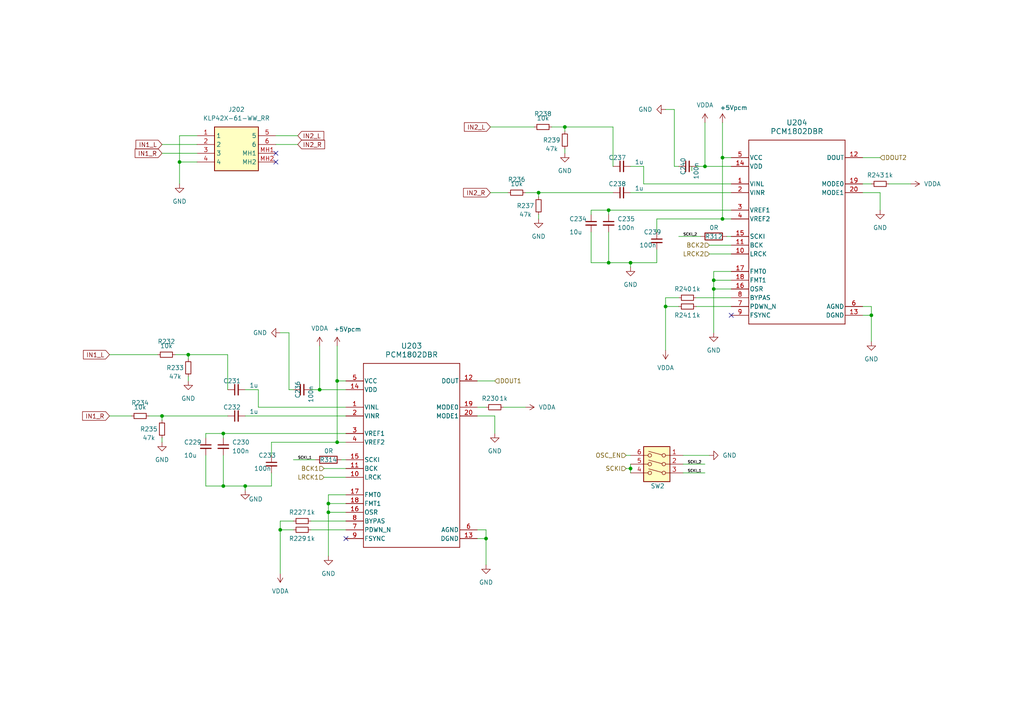
<source format=kicad_sch>
(kicad_sch
	(version 20231120)
	(generator "eeschema")
	(generator_version "8.0")
	(uuid "7a5ba915-2102-47ed-bdae-21377b6ffe6b")
	(paper "A4")
	(title_block
		(title "MISRC-PCM")
		(date "2025-03-03")
		(rev "2.5")
		(comment 1 "Analog audio input + ADC")
	)
	(lib_symbols
		(symbol "2024-02-12_10-18-42:PCM1802DBR"
			(pin_names
				(offset 0.254)
			)
			(exclude_from_sim no)
			(in_bom yes)
			(on_board yes)
			(property "Reference" "U"
				(at 0 2.54 0)
				(effects
					(font
						(size 1.524 1.524)
					)
				)
			)
			(property "Value" "PCM1802DBR"
				(at 0 0 0)
				(effects
					(font
						(size 1.524 1.524)
					)
				)
			)
			(property "Footprint" "DB0020A-IPC_A"
				(at 0 0 0)
				(effects
					(font
						(size 1.27 1.27)
						(italic yes)
					)
					(hide yes)
				)
			)
			(property "Datasheet" "PCM1802DBR"
				(at 0 0 0)
				(effects
					(font
						(size 1.27 1.27)
						(italic yes)
					)
					(hide yes)
				)
			)
			(property "Description" ""
				(at 0 0 0)
				(effects
					(font
						(size 1.27 1.27)
					)
					(hide yes)
				)
			)
			(property "ki_locked" ""
				(at 0 0 0)
				(effects
					(font
						(size 1.27 1.27)
					)
				)
			)
			(property "ki_keywords" "PCM1802DBR"
				(at 0 0 0)
				(effects
					(font
						(size 1.27 1.27)
					)
					(hide yes)
				)
			)
			(property "ki_fp_filters" "DB0020A-IPC_A DB0020A-IPC_B DB0020A-IPC_C DB0020A-MFG"
				(at 0 0 0)
				(effects
					(font
						(size 1.27 1.27)
					)
					(hide yes)
				)
			)
			(symbol "PCM1802DBR_0_1"
				(polyline
					(pts
						(xy 5.08 -48.26) (xy 33.02 -48.26)
					)
					(stroke
						(width 0.2032)
						(type default)
					)
					(fill
						(type none)
					)
				)
				(polyline
					(pts
						(xy 5.08 5.08) (xy 5.08 -48.26)
					)
					(stroke
						(width 0.2032)
						(type default)
					)
					(fill
						(type none)
					)
				)
				(polyline
					(pts
						(xy 33.02 -48.26) (xy 33.02 5.08)
					)
					(stroke
						(width 0.2032)
						(type default)
					)
					(fill
						(type none)
					)
				)
				(polyline
					(pts
						(xy 33.02 5.08) (xy 5.08 5.08)
					)
					(stroke
						(width 0.2032)
						(type default)
					)
					(fill
						(type none)
					)
				)
				(pin unspecified line
					(at 0 -7.62 0)
					(length 5.08)
					(name "VINL"
						(effects
							(font
								(size 1.27 1.27)
							)
						)
					)
					(number "1"
						(effects
							(font
								(size 1.27 1.27)
							)
						)
					)
				)
				(pin bidirectional line
					(at 0 -27.94 0)
					(length 5.08)
					(name "LRCK"
						(effects
							(font
								(size 1.27 1.27)
							)
						)
					)
					(number "10"
						(effects
							(font
								(size 1.27 1.27)
							)
						)
					)
				)
				(pin bidirectional line
					(at 0 -25.4 0)
					(length 5.08)
					(name "BCK"
						(effects
							(font
								(size 1.27 1.27)
							)
						)
					)
					(number "11"
						(effects
							(font
								(size 1.27 1.27)
							)
						)
					)
				)
				(pin output line
					(at 38.1 0 180)
					(length 5.08)
					(name "DOUT"
						(effects
							(font
								(size 1.27 1.27)
							)
						)
					)
					(number "12"
						(effects
							(font
								(size 1.27 1.27)
							)
						)
					)
				)
				(pin power_in line
					(at 38.1 -45.72 180)
					(length 5.08)
					(name "DGND"
						(effects
							(font
								(size 1.27 1.27)
							)
						)
					)
					(number "13"
						(effects
							(font
								(size 1.27 1.27)
							)
						)
					)
				)
				(pin power_in line
					(at 0 -2.54 0)
					(length 5.08)
					(name "VDD"
						(effects
							(font
								(size 1.27 1.27)
							)
						)
					)
					(number "14"
						(effects
							(font
								(size 1.27 1.27)
							)
						)
					)
				)
				(pin input line
					(at 0 -22.86 0)
					(length 5.08)
					(name "SCKI"
						(effects
							(font
								(size 1.27 1.27)
							)
						)
					)
					(number "15"
						(effects
							(font
								(size 1.27 1.27)
							)
						)
					)
				)
				(pin input line
					(at 0 -38.1 0)
					(length 5.08)
					(name "OSR"
						(effects
							(font
								(size 1.27 1.27)
							)
						)
					)
					(number "16"
						(effects
							(font
								(size 1.27 1.27)
							)
						)
					)
				)
				(pin input line
					(at 0 -33.02 0)
					(length 5.08)
					(name "FMT0"
						(effects
							(font
								(size 1.27 1.27)
							)
						)
					)
					(number "17"
						(effects
							(font
								(size 1.27 1.27)
							)
						)
					)
				)
				(pin input line
					(at 0 -35.56 0)
					(length 5.08)
					(name "FMT1"
						(effects
							(font
								(size 1.27 1.27)
							)
						)
					)
					(number "18"
						(effects
							(font
								(size 1.27 1.27)
							)
						)
					)
				)
				(pin input line
					(at 38.1 -7.62 180)
					(length 5.08)
					(name "MODE0"
						(effects
							(font
								(size 1.27 1.27)
							)
						)
					)
					(number "19"
						(effects
							(font
								(size 1.27 1.27)
							)
						)
					)
				)
				(pin unspecified line
					(at 0 -10.16 0)
					(length 5.08)
					(name "VINR"
						(effects
							(font
								(size 1.27 1.27)
							)
						)
					)
					(number "2"
						(effects
							(font
								(size 1.27 1.27)
							)
						)
					)
				)
				(pin input line
					(at 38.1 -10.16 180)
					(length 5.08)
					(name "MODE1"
						(effects
							(font
								(size 1.27 1.27)
							)
						)
					)
					(number "20"
						(effects
							(font
								(size 1.27 1.27)
							)
						)
					)
				)
				(pin power_in line
					(at 0 -15.24 0)
					(length 5.08)
					(name "VREF1"
						(effects
							(font
								(size 1.27 1.27)
							)
						)
					)
					(number "3"
						(effects
							(font
								(size 1.27 1.27)
							)
						)
					)
				)
				(pin power_in line
					(at 0 -17.78 0)
					(length 5.08)
					(name "VREF2"
						(effects
							(font
								(size 1.27 1.27)
							)
						)
					)
					(number "4"
						(effects
							(font
								(size 1.27 1.27)
							)
						)
					)
				)
				(pin power_in line
					(at 0 0 0)
					(length 5.08)
					(name "VCC"
						(effects
							(font
								(size 1.27 1.27)
							)
						)
					)
					(number "5"
						(effects
							(font
								(size 1.27 1.27)
							)
						)
					)
				)
				(pin power_in line
					(at 38.1 -43.18 180)
					(length 5.08)
					(name "AGND"
						(effects
							(font
								(size 1.27 1.27)
							)
						)
					)
					(number "6"
						(effects
							(font
								(size 1.27 1.27)
							)
						)
					)
				)
				(pin input line
					(at 0 -43.18 0)
					(length 5.08)
					(name "PDWN_N"
						(effects
							(font
								(size 1.27 1.27)
							)
						)
					)
					(number "7"
						(effects
							(font
								(size 1.27 1.27)
							)
						)
					)
				)
				(pin input line
					(at 0 -40.64 0)
					(length 5.08)
					(name "BYPAS"
						(effects
							(font
								(size 1.27 1.27)
							)
						)
					)
					(number "8"
						(effects
							(font
								(size 1.27 1.27)
							)
						)
					)
				)
				(pin bidirectional line
					(at 0 -45.72 0)
					(length 5.08)
					(name "FSYNC"
						(effects
							(font
								(size 1.27 1.27)
							)
						)
					)
					(number "9"
						(effects
							(font
								(size 1.27 1.27)
							)
						)
					)
				)
			)
		)
		(symbol "Device:C_Small"
			(pin_numbers hide)
			(pin_names
				(offset 0.254) hide)
			(exclude_from_sim no)
			(in_bom yes)
			(on_board yes)
			(property "Reference" "C"
				(at 0.254 1.778 0)
				(effects
					(font
						(size 1.27 1.27)
					)
					(justify left)
				)
			)
			(property "Value" "C_Small"
				(at 0.254 -2.032 0)
				(effects
					(font
						(size 1.27 1.27)
					)
					(justify left)
				)
			)
			(property "Footprint" ""
				(at 0 0 0)
				(effects
					(font
						(size 1.27 1.27)
					)
					(hide yes)
				)
			)
			(property "Datasheet" "~"
				(at 0 0 0)
				(effects
					(font
						(size 1.27 1.27)
					)
					(hide yes)
				)
			)
			(property "Description" "Unpolarized capacitor, small symbol"
				(at 0 0 0)
				(effects
					(font
						(size 1.27 1.27)
					)
					(hide yes)
				)
			)
			(property "ki_keywords" "capacitor cap"
				(at 0 0 0)
				(effects
					(font
						(size 1.27 1.27)
					)
					(hide yes)
				)
			)
			(property "ki_fp_filters" "C_*"
				(at 0 0 0)
				(effects
					(font
						(size 1.27 1.27)
					)
					(hide yes)
				)
			)
			(symbol "C_Small_0_1"
				(polyline
					(pts
						(xy -1.524 -0.508) (xy 1.524 -0.508)
					)
					(stroke
						(width 0.3302)
						(type default)
					)
					(fill
						(type none)
					)
				)
				(polyline
					(pts
						(xy -1.524 0.508) (xy 1.524 0.508)
					)
					(stroke
						(width 0.3048)
						(type default)
					)
					(fill
						(type none)
					)
				)
			)
			(symbol "C_Small_1_1"
				(pin passive line
					(at 0 2.54 270)
					(length 2.032)
					(name "~"
						(effects
							(font
								(size 1.27 1.27)
							)
						)
					)
					(number "1"
						(effects
							(font
								(size 1.27 1.27)
							)
						)
					)
				)
				(pin passive line
					(at 0 -2.54 90)
					(length 2.032)
					(name "~"
						(effects
							(font
								(size 1.27 1.27)
							)
						)
					)
					(number "2"
						(effects
							(font
								(size 1.27 1.27)
							)
						)
					)
				)
			)
		)
		(symbol "Device:R"
			(pin_numbers hide)
			(pin_names
				(offset 0)
			)
			(exclude_from_sim no)
			(in_bom yes)
			(on_board yes)
			(property "Reference" "R"
				(at 2.032 0 90)
				(effects
					(font
						(size 1.27 1.27)
					)
				)
			)
			(property "Value" "R"
				(at 0 0 90)
				(effects
					(font
						(size 1.27 1.27)
					)
				)
			)
			(property "Footprint" ""
				(at -1.778 0 90)
				(effects
					(font
						(size 1.27 1.27)
					)
					(hide yes)
				)
			)
			(property "Datasheet" "~"
				(at 0 0 0)
				(effects
					(font
						(size 1.27 1.27)
					)
					(hide yes)
				)
			)
			(property "Description" "Resistor"
				(at 0 0 0)
				(effects
					(font
						(size 1.27 1.27)
					)
					(hide yes)
				)
			)
			(property "ki_keywords" "R res resistor"
				(at 0 0 0)
				(effects
					(font
						(size 1.27 1.27)
					)
					(hide yes)
				)
			)
			(property "ki_fp_filters" "R_*"
				(at 0 0 0)
				(effects
					(font
						(size 1.27 1.27)
					)
					(hide yes)
				)
			)
			(symbol "R_0_1"
				(rectangle
					(start -1.016 -2.54)
					(end 1.016 2.54)
					(stroke
						(width 0.254)
						(type default)
					)
					(fill
						(type none)
					)
				)
			)
			(symbol "R_1_1"
				(pin passive line
					(at 0 3.81 270)
					(length 1.27)
					(name "~"
						(effects
							(font
								(size 1.27 1.27)
							)
						)
					)
					(number "1"
						(effects
							(font
								(size 1.27 1.27)
							)
						)
					)
				)
				(pin passive line
					(at 0 -3.81 90)
					(length 1.27)
					(name "~"
						(effects
							(font
								(size 1.27 1.27)
							)
						)
					)
					(number "2"
						(effects
							(font
								(size 1.27 1.27)
							)
						)
					)
				)
			)
		)
		(symbol "Device:R_Small"
			(pin_numbers hide)
			(pin_names
				(offset 0.254) hide)
			(exclude_from_sim no)
			(in_bom yes)
			(on_board yes)
			(property "Reference" "R"
				(at 0.762 0.508 0)
				(effects
					(font
						(size 1.27 1.27)
					)
					(justify left)
				)
			)
			(property "Value" "R_Small"
				(at 0.762 -1.016 0)
				(effects
					(font
						(size 1.27 1.27)
					)
					(justify left)
				)
			)
			(property "Footprint" ""
				(at 0 0 0)
				(effects
					(font
						(size 1.27 1.27)
					)
					(hide yes)
				)
			)
			(property "Datasheet" "~"
				(at 0 0 0)
				(effects
					(font
						(size 1.27 1.27)
					)
					(hide yes)
				)
			)
			(property "Description" "Resistor, small symbol"
				(at 0 0 0)
				(effects
					(font
						(size 1.27 1.27)
					)
					(hide yes)
				)
			)
			(property "ki_keywords" "R resistor"
				(at 0 0 0)
				(effects
					(font
						(size 1.27 1.27)
					)
					(hide yes)
				)
			)
			(property "ki_fp_filters" "R_*"
				(at 0 0 0)
				(effects
					(font
						(size 1.27 1.27)
					)
					(hide yes)
				)
			)
			(symbol "R_Small_0_1"
				(rectangle
					(start -0.762 1.778)
					(end 0.762 -1.778)
					(stroke
						(width 0.2032)
						(type default)
					)
					(fill
						(type none)
					)
				)
			)
			(symbol "R_Small_1_1"
				(pin passive line
					(at 0 2.54 270)
					(length 0.762)
					(name "~"
						(effects
							(font
								(size 1.27 1.27)
							)
						)
					)
					(number "1"
						(effects
							(font
								(size 1.27 1.27)
							)
						)
					)
				)
				(pin passive line
					(at 0 -2.54 90)
					(length 0.762)
					(name "~"
						(effects
							(font
								(size 1.27 1.27)
							)
						)
					)
					(number "2"
						(effects
							(font
								(size 1.27 1.27)
							)
						)
					)
				)
			)
		)
		(symbol "Peppi_symbols:KLP42X-61-WW_RR"
			(exclude_from_sim no)
			(in_bom yes)
			(on_board yes)
			(property "Reference" "J"
				(at 19.05 7.62 0)
				(effects
					(font
						(size 1.27 1.27)
					)
					(justify left top)
				)
			)
			(property "Value" "KLP42X-61-WW_RR"
				(at 19.05 5.08 0)
				(effects
					(font
						(size 1.27 1.27)
					)
					(justify left top)
				)
			)
			(property "Footprint" "KLP42X61WWRR"
				(at 19.05 -94.92 0)
				(effects
					(font
						(size 1.27 1.27)
					)
					(justify left top)
					(hide yes)
				)
			)
			(property "Datasheet" "https://componentsearchengine.com/Datasheets/1/KLP42X-61-WW_RR.pdf"
				(at 19.05 -194.92 0)
				(effects
					(font
						(size 1.27 1.27)
					)
					(justify left top)
					(hide yes)
				)
			)
			(property "Description" "RCA Phono Connectors PCB STACKED 2X2 WHT WHT OVR RED RED"
				(at 0 0 0)
				(effects
					(font
						(size 1.27 1.27)
					)
					(hide yes)
				)
			)
			(property "Height" "26.85"
				(at 19.05 -394.92 0)
				(effects
					(font
						(size 1.27 1.27)
					)
					(justify left top)
					(hide yes)
				)
			)
			(property "Mouser Part Number" "806-KLP42X-61-WWRR"
				(at 19.05 -494.92 0)
				(effects
					(font
						(size 1.27 1.27)
					)
					(justify left top)
					(hide yes)
				)
			)
			(property "Mouser Price/Stock" "https://www.mouser.co.uk/ProductDetail/Kycon/KLP42X-61-WW-RR?qs=PTHxl2cumbnS989KtdaLFQ%3D%3D"
				(at 19.05 -594.92 0)
				(effects
					(font
						(size 1.27 1.27)
					)
					(justify left top)
					(hide yes)
				)
			)
			(property "Manufacturer_Name" "Kycon"
				(at 19.05 -694.92 0)
				(effects
					(font
						(size 1.27 1.27)
					)
					(justify left top)
					(hide yes)
				)
			)
			(property "Manufacturer_Part_Number" "KLP42X-61-WW/RR"
				(at 19.05 -794.92 0)
				(effects
					(font
						(size 1.27 1.27)
					)
					(justify left top)
					(hide yes)
				)
			)
			(symbol "KLP42X-61-WW_RR_1_1"
				(rectangle
					(start 5.08 2.54)
					(end 17.78 -10.16)
					(stroke
						(width 0.254)
						(type default)
					)
					(fill
						(type background)
					)
				)
				(pin passive line
					(at 0 0 0)
					(length 5.08)
					(name "1"
						(effects
							(font
								(size 1.27 1.27)
							)
						)
					)
					(number "1"
						(effects
							(font
								(size 1.27 1.27)
							)
						)
					)
				)
				(pin passive line
					(at 0 -2.54 0)
					(length 5.08)
					(name "2"
						(effects
							(font
								(size 1.27 1.27)
							)
						)
					)
					(number "2"
						(effects
							(font
								(size 1.27 1.27)
							)
						)
					)
				)
				(pin passive line
					(at 0 -5.08 0)
					(length 5.08)
					(name "3"
						(effects
							(font
								(size 1.27 1.27)
							)
						)
					)
					(number "3"
						(effects
							(font
								(size 1.27 1.27)
							)
						)
					)
				)
				(pin passive line
					(at 0 -7.62 0)
					(length 5.08)
					(name "4"
						(effects
							(font
								(size 1.27 1.27)
							)
						)
					)
					(number "4"
						(effects
							(font
								(size 1.27 1.27)
							)
						)
					)
				)
				(pin passive line
					(at 22.86 0 180)
					(length 5.08)
					(name "5"
						(effects
							(font
								(size 1.27 1.27)
							)
						)
					)
					(number "5"
						(effects
							(font
								(size 1.27 1.27)
							)
						)
					)
				)
				(pin passive line
					(at 22.86 -2.54 180)
					(length 5.08)
					(name "6"
						(effects
							(font
								(size 1.27 1.27)
							)
						)
					)
					(number "6"
						(effects
							(font
								(size 1.27 1.27)
							)
						)
					)
				)
				(pin passive line
					(at 22.86 -5.08 180)
					(length 5.08)
					(name "MH1"
						(effects
							(font
								(size 1.27 1.27)
							)
						)
					)
					(number "MH1"
						(effects
							(font
								(size 1.27 1.27)
							)
						)
					)
				)
				(pin passive line
					(at 22.86 -7.62 180)
					(length 5.08)
					(name "MH2"
						(effects
							(font
								(size 1.27 1.27)
							)
						)
					)
					(number "MH2"
						(effects
							(font
								(size 1.27 1.27)
							)
						)
					)
				)
			)
		)
		(symbol "Switch:SW_DIP_x03"
			(pin_names
				(offset 0) hide)
			(exclude_from_sim no)
			(in_bom yes)
			(on_board yes)
			(property "Reference" "SW"
				(at 0 8.89 0)
				(effects
					(font
						(size 1.27 1.27)
					)
				)
			)
			(property "Value" "SW_DIP_x03"
				(at 0 -3.81 0)
				(effects
					(font
						(size 1.27 1.27)
					)
				)
			)
			(property "Footprint" ""
				(at 0 0 0)
				(effects
					(font
						(size 1.27 1.27)
					)
					(hide yes)
				)
			)
			(property "Datasheet" "~"
				(at 0 0 0)
				(effects
					(font
						(size 1.27 1.27)
					)
					(hide yes)
				)
			)
			(property "Description" "3x DIP Switch, Single Pole Single Throw (SPST) switch, small symbol"
				(at 0 0 0)
				(effects
					(font
						(size 1.27 1.27)
					)
					(hide yes)
				)
			)
			(property "ki_keywords" "dip switch"
				(at 0 0 0)
				(effects
					(font
						(size 1.27 1.27)
					)
					(hide yes)
				)
			)
			(property "ki_fp_filters" "SW?DIP?x3*"
				(at 0 0 0)
				(effects
					(font
						(size 1.27 1.27)
					)
					(hide yes)
				)
			)
			(symbol "SW_DIP_x03_0_0"
				(circle
					(center -2.032 0)
					(radius 0.508)
					(stroke
						(width 0)
						(type default)
					)
					(fill
						(type none)
					)
				)
				(circle
					(center -2.032 2.54)
					(radius 0.508)
					(stroke
						(width 0)
						(type default)
					)
					(fill
						(type none)
					)
				)
				(circle
					(center -2.032 5.08)
					(radius 0.508)
					(stroke
						(width 0)
						(type default)
					)
					(fill
						(type none)
					)
				)
				(polyline
					(pts
						(xy -1.524 0.127) (xy 2.3622 1.1684)
					)
					(stroke
						(width 0)
						(type default)
					)
					(fill
						(type none)
					)
				)
				(polyline
					(pts
						(xy -1.524 2.667) (xy 2.3622 3.7084)
					)
					(stroke
						(width 0)
						(type default)
					)
					(fill
						(type none)
					)
				)
				(polyline
					(pts
						(xy -1.524 5.207) (xy 2.3622 6.2484)
					)
					(stroke
						(width 0)
						(type default)
					)
					(fill
						(type none)
					)
				)
				(circle
					(center 2.032 0)
					(radius 0.508)
					(stroke
						(width 0)
						(type default)
					)
					(fill
						(type none)
					)
				)
				(circle
					(center 2.032 2.54)
					(radius 0.508)
					(stroke
						(width 0)
						(type default)
					)
					(fill
						(type none)
					)
				)
				(circle
					(center 2.032 5.08)
					(radius 0.508)
					(stroke
						(width 0)
						(type default)
					)
					(fill
						(type none)
					)
				)
			)
			(symbol "SW_DIP_x03_0_1"
				(rectangle
					(start -3.81 7.62)
					(end 3.81 -2.54)
					(stroke
						(width 0.254)
						(type default)
					)
					(fill
						(type background)
					)
				)
			)
			(symbol "SW_DIP_x03_1_1"
				(pin passive line
					(at -7.62 5.08 0)
					(length 5.08)
					(name "~"
						(effects
							(font
								(size 1.27 1.27)
							)
						)
					)
					(number "1"
						(effects
							(font
								(size 1.27 1.27)
							)
						)
					)
				)
				(pin passive line
					(at -7.62 2.54 0)
					(length 5.08)
					(name "~"
						(effects
							(font
								(size 1.27 1.27)
							)
						)
					)
					(number "2"
						(effects
							(font
								(size 1.27 1.27)
							)
						)
					)
				)
				(pin passive line
					(at -7.62 0 0)
					(length 5.08)
					(name "~"
						(effects
							(font
								(size 1.27 1.27)
							)
						)
					)
					(number "3"
						(effects
							(font
								(size 1.27 1.27)
							)
						)
					)
				)
				(pin passive line
					(at 7.62 0 180)
					(length 5.08)
					(name "~"
						(effects
							(font
								(size 1.27 1.27)
							)
						)
					)
					(number "4"
						(effects
							(font
								(size 1.27 1.27)
							)
						)
					)
				)
				(pin passive line
					(at 7.62 2.54 180)
					(length 5.08)
					(name "~"
						(effects
							(font
								(size 1.27 1.27)
							)
						)
					)
					(number "5"
						(effects
							(font
								(size 1.27 1.27)
							)
						)
					)
				)
				(pin passive line
					(at 7.62 5.08 180)
					(length 5.08)
					(name "~"
						(effects
							(font
								(size 1.27 1.27)
							)
						)
					)
					(number "6"
						(effects
							(font
								(size 1.27 1.27)
							)
						)
					)
				)
			)
		)
		(symbol "power:+5VA"
			(power)
			(pin_names
				(offset 0)
			)
			(exclude_from_sim no)
			(in_bom yes)
			(on_board yes)
			(property "Reference" "#PWR"
				(at 0 -3.81 0)
				(effects
					(font
						(size 1.27 1.27)
					)
					(hide yes)
				)
			)
			(property "Value" "+5VA"
				(at 0 3.556 0)
				(effects
					(font
						(size 1.27 1.27)
					)
				)
			)
			(property "Footprint" ""
				(at 0 0 0)
				(effects
					(font
						(size 1.27 1.27)
					)
					(hide yes)
				)
			)
			(property "Datasheet" ""
				(at 0 0 0)
				(effects
					(font
						(size 1.27 1.27)
					)
					(hide yes)
				)
			)
			(property "Description" "Power symbol creates a global label with name \"+5VA\""
				(at 0 0 0)
				(effects
					(font
						(size 1.27 1.27)
					)
					(hide yes)
				)
			)
			(property "ki_keywords" "global power"
				(at 0 0 0)
				(effects
					(font
						(size 1.27 1.27)
					)
					(hide yes)
				)
			)
			(symbol "+5VA_0_1"
				(polyline
					(pts
						(xy -0.762 1.27) (xy 0 2.54)
					)
					(stroke
						(width 0)
						(type default)
					)
					(fill
						(type none)
					)
				)
				(polyline
					(pts
						(xy 0 0) (xy 0 2.54)
					)
					(stroke
						(width 0)
						(type default)
					)
					(fill
						(type none)
					)
				)
				(polyline
					(pts
						(xy 0 2.54) (xy 0.762 1.27)
					)
					(stroke
						(width 0)
						(type default)
					)
					(fill
						(type none)
					)
				)
			)
			(symbol "+5VA_1_1"
				(pin power_in line
					(at 0 0 90)
					(length 0) hide
					(name "+5VA"
						(effects
							(font
								(size 1.27 1.27)
							)
						)
					)
					(number "1"
						(effects
							(font
								(size 1.27 1.27)
							)
						)
					)
				)
			)
		)
		(symbol "power:GND"
			(power)
			(pin_names
				(offset 0)
			)
			(exclude_from_sim no)
			(in_bom yes)
			(on_board yes)
			(property "Reference" "#PWR"
				(at 0 -6.35 0)
				(effects
					(font
						(size 1.27 1.27)
					)
					(hide yes)
				)
			)
			(property "Value" "GND"
				(at 0 -3.81 0)
				(effects
					(font
						(size 1.27 1.27)
					)
				)
			)
			(property "Footprint" ""
				(at 0 0 0)
				(effects
					(font
						(size 1.27 1.27)
					)
					(hide yes)
				)
			)
			(property "Datasheet" ""
				(at 0 0 0)
				(effects
					(font
						(size 1.27 1.27)
					)
					(hide yes)
				)
			)
			(property "Description" "Power symbol creates a global label with name \"GND\" , ground"
				(at 0 0 0)
				(effects
					(font
						(size 1.27 1.27)
					)
					(hide yes)
				)
			)
			(property "ki_keywords" "global power"
				(at 0 0 0)
				(effects
					(font
						(size 1.27 1.27)
					)
					(hide yes)
				)
			)
			(symbol "GND_0_1"
				(polyline
					(pts
						(xy 0 0) (xy 0 -1.27) (xy 1.27 -1.27) (xy 0 -2.54) (xy -1.27 -1.27) (xy 0 -1.27)
					)
					(stroke
						(width 0)
						(type default)
					)
					(fill
						(type none)
					)
				)
			)
			(symbol "GND_1_1"
				(pin power_in line
					(at 0 0 270)
					(length 0) hide
					(name "GND"
						(effects
							(font
								(size 1.27 1.27)
							)
						)
					)
					(number "1"
						(effects
							(font
								(size 1.27 1.27)
							)
						)
					)
				)
			)
		)
		(symbol "power:VDDA"
			(power)
			(pin_names
				(offset 0)
			)
			(exclude_from_sim no)
			(in_bom yes)
			(on_board yes)
			(property "Reference" "#PWR"
				(at 0 -3.81 0)
				(effects
					(font
						(size 1.27 1.27)
					)
					(hide yes)
				)
			)
			(property "Value" "VDDA"
				(at 0 3.81 0)
				(effects
					(font
						(size 1.27 1.27)
					)
				)
			)
			(property "Footprint" ""
				(at 0 0 0)
				(effects
					(font
						(size 1.27 1.27)
					)
					(hide yes)
				)
			)
			(property "Datasheet" ""
				(at 0 0 0)
				(effects
					(font
						(size 1.27 1.27)
					)
					(hide yes)
				)
			)
			(property "Description" "Power symbol creates a global label with name \"VDDA\""
				(at 0 0 0)
				(effects
					(font
						(size 1.27 1.27)
					)
					(hide yes)
				)
			)
			(property "ki_keywords" "global power"
				(at 0 0 0)
				(effects
					(font
						(size 1.27 1.27)
					)
					(hide yes)
				)
			)
			(symbol "VDDA_0_1"
				(polyline
					(pts
						(xy -0.762 1.27) (xy 0 2.54)
					)
					(stroke
						(width 0)
						(type default)
					)
					(fill
						(type none)
					)
				)
				(polyline
					(pts
						(xy 0 0) (xy 0 2.54)
					)
					(stroke
						(width 0)
						(type default)
					)
					(fill
						(type none)
					)
				)
				(polyline
					(pts
						(xy 0 2.54) (xy 0.762 1.27)
					)
					(stroke
						(width 0)
						(type default)
					)
					(fill
						(type none)
					)
				)
			)
			(symbol "VDDA_1_1"
				(pin power_in line
					(at 0 0 90)
					(length 0) hide
					(name "VDDA"
						(effects
							(font
								(size 1.27 1.27)
							)
						)
					)
					(number "1"
						(effects
							(font
								(size 1.27 1.27)
							)
						)
					)
				)
			)
		)
	)
	(junction
		(at 46.99 120.65)
		(diameter 0)
		(color 0 0 0 0)
		(uuid "0720aecd-fa72-4d9c-94da-11203428077f")
	)
	(junction
		(at 193.04 88.9)
		(diameter 0)
		(color 0 0 0 0)
		(uuid "0d2dd444-25d8-4b41-9edb-87fb1eeed1c3")
	)
	(junction
		(at 207.01 83.82)
		(diameter 0)
		(color 0 0 0 0)
		(uuid "1bb0e3e2-aae8-40df-8972-24f86c6ae693")
	)
	(junction
		(at 204.47 48.26)
		(diameter 0)
		(color 0 0 0 0)
		(uuid "1ceabd86-5955-40d1-9189-6d23e53b344f")
	)
	(junction
		(at 64.77 140.97)
		(diameter 0)
		(color 0 0 0 0)
		(uuid "2419d5e7-e1a4-4d8f-8b9f-1c118918c5f0")
	)
	(junction
		(at 97.79 110.49)
		(diameter 0)
		(color 0 0 0 0)
		(uuid "2592c422-1f8b-412d-8ca3-f85ce57b81f4")
	)
	(junction
		(at 182.88 76.2)
		(diameter 0)
		(color 0 0 0 0)
		(uuid "28ac4f15-c7c6-4b20-9f56-5e615e867e0d")
	)
	(junction
		(at 156.21 55.88)
		(diameter 0)
		(color 0 0 0 0)
		(uuid "2936450e-0701-436b-ab1e-d397ba5a1540")
	)
	(junction
		(at 64.77 125.73)
		(diameter 0)
		(color 0 0 0 0)
		(uuid "2e93e81c-adc7-4a9c-a890-11cdc36960e8")
	)
	(junction
		(at 176.53 60.96)
		(diameter 0)
		(color 0 0 0 0)
		(uuid "35715068-bd30-49da-804f-9e3b5c62a96f")
	)
	(junction
		(at 97.79 128.27)
		(diameter 0)
		(color 0 0 0 0)
		(uuid "4a4a96d9-7e99-4272-890a-0d4b7a5b93cd")
	)
	(junction
		(at 140.97 156.21)
		(diameter 0)
		(color 0 0 0 0)
		(uuid "4f29dca5-9d56-46c9-8bca-1c6cd6915ac7")
	)
	(junction
		(at 209.55 63.5)
		(diameter 0)
		(color 0 0 0 0)
		(uuid "5550693c-6e03-428b-9d92-ba8bc3f5e742")
	)
	(junction
		(at 252.73 91.44)
		(diameter 0)
		(color 0 0 0 0)
		(uuid "59e0e316-45b0-4090-96e5-ec2e11502f26")
	)
	(junction
		(at 209.55 45.72)
		(diameter 0)
		(color 0 0 0 0)
		(uuid "6a0d0805-7774-4f76-9e4b-c7084d9ad4fc")
	)
	(junction
		(at 95.25 146.05)
		(diameter 0)
		(color 0 0 0 0)
		(uuid "7f40d101-1ed8-478e-ba72-22e4c9e07e65")
	)
	(junction
		(at 176.53 76.2)
		(diameter 0)
		(color 0 0 0 0)
		(uuid "80a3c52a-0741-4ab2-a19a-9b6e91470f07")
	)
	(junction
		(at 71.12 140.97)
		(diameter 0)
		(color 0 0 0 0)
		(uuid "9165e141-4134-4291-b76d-a0c40a299453")
	)
	(junction
		(at 52.07 46.99)
		(diameter 0)
		(color 0 0 0 0)
		(uuid "a39ef662-aed9-4582-9cd3-bd3e3122b52c")
	)
	(junction
		(at 92.71 113.03)
		(diameter 0)
		(color 0 0 0 0)
		(uuid "a76a606f-6f43-4b94-a056-d7b1cd8d43de")
	)
	(junction
		(at 95.25 148.59)
		(diameter 0)
		(color 0 0 0 0)
		(uuid "afab753a-af39-470d-9378-fb9f9f69eb9f")
	)
	(junction
		(at 54.61 102.87)
		(diameter 0)
		(color 0 0 0 0)
		(uuid "c40c668a-5a37-4753-91be-47a9d84a1268")
	)
	(junction
		(at 81.28 153.67)
		(diameter 0)
		(color 0 0 0 0)
		(uuid "c8951d77-f1ae-4a2d-98d8-99a36d47541e")
	)
	(junction
		(at 207.01 81.28)
		(diameter 0)
		(color 0 0 0 0)
		(uuid "ccc37f55-346c-401e-b0fb-ca6506d30586")
	)
	(junction
		(at 163.83 36.83)
		(diameter 0)
		(color 0 0 0 0)
		(uuid "eff1d392-5288-4f58-9cc4-5a52278f2548")
	)
	(junction
		(at 182.88 135.89)
		(diameter 0)
		(color 0 0 0 0)
		(uuid "f871d93c-c88b-42b6-9b26-36aab58db79c")
	)
	(no_connect
		(at 80.01 46.99)
		(uuid "7e95c0ca-d18a-4836-bdd4-078bd6ec3af8")
	)
	(no_connect
		(at 212.09 91.44)
		(uuid "893fc54a-a2ba-449b-a4e7-941f3f052702")
	)
	(no_connect
		(at 100.33 156.21)
		(uuid "b8d974a5-6bbd-4f88-ae5d-83fcd40d9c87")
	)
	(no_connect
		(at 80.01 44.45)
		(uuid "bfce3b0a-6190-42a5-826a-80bb613947f6")
	)
	(wire
		(pts
			(xy 52.07 39.37) (xy 52.07 46.99)
		)
		(stroke
			(width 0)
			(type default)
		)
		(uuid "01e7cda9-a345-44b9-9b91-8e12b9d65a04")
	)
	(wire
		(pts
			(xy 201.93 48.26) (xy 204.47 48.26)
		)
		(stroke
			(width 0)
			(type default)
		)
		(uuid "05b69b64-713c-463e-805c-3e24da3322fb")
	)
	(wire
		(pts
			(xy 52.07 46.99) (xy 52.07 53.34)
		)
		(stroke
			(width 0)
			(type default)
		)
		(uuid "061997c7-c7ea-47cb-8d6d-69e3435f008c")
	)
	(wire
		(pts
			(xy 171.45 67.31) (xy 171.45 76.2)
		)
		(stroke
			(width 0)
			(type default)
		)
		(uuid "07285e53-eea2-4e9c-bb92-839111a600ae")
	)
	(wire
		(pts
			(xy 182.88 76.2) (xy 190.5 76.2)
		)
		(stroke
			(width 0)
			(type default)
		)
		(uuid "0a84f469-fa92-41de-accc-2241f5fdbc39")
	)
	(wire
		(pts
			(xy 64.77 125.73) (xy 59.69 125.73)
		)
		(stroke
			(width 0)
			(type default)
		)
		(uuid "0cf3acde-bb8c-4c8c-87ed-59fd70dcb795")
	)
	(wire
		(pts
			(xy 198.12 134.62) (xy 204.47 134.62)
		)
		(stroke
			(width 0)
			(type default)
		)
		(uuid "0d8aa649-3782-46df-9f87-b120b763e8f8")
	)
	(wire
		(pts
			(xy 207.01 78.74) (xy 207.01 81.28)
		)
		(stroke
			(width 0)
			(type default)
		)
		(uuid "0dcfe928-d600-441f-be68-a2141b26d1ed")
	)
	(wire
		(pts
			(xy 59.69 140.97) (xy 64.77 140.97)
		)
		(stroke
			(width 0)
			(type default)
		)
		(uuid "0df49b6e-f268-458b-90cf-bd35a0d7fb18")
	)
	(wire
		(pts
			(xy 176.53 60.96) (xy 171.45 60.96)
		)
		(stroke
			(width 0)
			(type default)
		)
		(uuid "10349d7b-5ae6-4d39-859c-8dbcfec68002")
	)
	(wire
		(pts
			(xy 74.93 113.03) (xy 71.12 113.03)
		)
		(stroke
			(width 0)
			(type default)
		)
		(uuid "13844212-cd09-4592-bee2-f81db6d153f8")
	)
	(wire
		(pts
			(xy 142.24 36.83) (xy 154.94 36.83)
		)
		(stroke
			(width 0)
			(type default)
		)
		(uuid "187bd3cd-e7d0-41ee-a3d1-f3f1ce17ff1a")
	)
	(wire
		(pts
			(xy 92.71 113.03) (xy 100.33 113.03)
		)
		(stroke
			(width 0)
			(type default)
		)
		(uuid "18919791-37eb-49a1-9820-ff49c56c30b3")
	)
	(wire
		(pts
			(xy 90.17 151.13) (xy 100.33 151.13)
		)
		(stroke
			(width 0)
			(type default)
		)
		(uuid "192c535e-d72d-4e9e-9805-4a69a4dff7f0")
	)
	(wire
		(pts
			(xy 201.93 86.36) (xy 212.09 86.36)
		)
		(stroke
			(width 0)
			(type default)
		)
		(uuid "19e04006-6c07-4702-9a0d-1d5036657b76")
	)
	(wire
		(pts
			(xy 64.77 125.73) (xy 64.77 127)
		)
		(stroke
			(width 0)
			(type default)
		)
		(uuid "1e7ceb59-132c-4e9e-9c33-87ca226f181d")
	)
	(wire
		(pts
			(xy 156.21 62.23) (xy 156.21 63.5)
		)
		(stroke
			(width 0)
			(type default)
		)
		(uuid "23c328be-231e-40e0-9d73-a6f064053702")
	)
	(wire
		(pts
			(xy 156.21 55.88) (xy 177.8 55.88)
		)
		(stroke
			(width 0)
			(type default)
		)
		(uuid "25ccbe9c-63fb-46ab-830c-638265fc77c0")
	)
	(wire
		(pts
			(xy 85.09 113.03) (xy 83.82 113.03)
		)
		(stroke
			(width 0)
			(type default)
		)
		(uuid "275c5cf1-caa0-4f18-a046-885bbbcbdb20")
	)
	(wire
		(pts
			(xy 205.74 73.66) (xy 212.09 73.66)
		)
		(stroke
			(width 0)
			(type default)
		)
		(uuid "29a218a8-f903-42ed-961d-4ed98297b0f0")
	)
	(wire
		(pts
			(xy 54.61 102.87) (xy 66.04 102.87)
		)
		(stroke
			(width 0)
			(type default)
		)
		(uuid "2a537661-24b1-4678-8837-33f8e19416a8")
	)
	(wire
		(pts
			(xy 186.69 53.34) (xy 186.69 48.26)
		)
		(stroke
			(width 0)
			(type default)
		)
		(uuid "2cf93ac7-1daa-4fd9-8aa2-cc433a0ff046")
	)
	(wire
		(pts
			(xy 59.69 132.08) (xy 59.69 140.97)
		)
		(stroke
			(width 0)
			(type default)
		)
		(uuid "2f3414de-eafd-44ba-a570-b9c63c83dbf8")
	)
	(wire
		(pts
			(xy 193.04 86.36) (xy 193.04 88.9)
		)
		(stroke
			(width 0)
			(type default)
		)
		(uuid "2fd63ed3-a1c2-40c2-a1c4-7f02d9860818")
	)
	(wire
		(pts
			(xy 93.98 135.89) (xy 100.33 135.89)
		)
		(stroke
			(width 0)
			(type default)
		)
		(uuid "2fe217f9-25fe-4272-bea5-8837197591a2")
	)
	(wire
		(pts
			(xy 78.74 137.16) (xy 78.74 140.97)
		)
		(stroke
			(width 0)
			(type default)
		)
		(uuid "31e3665c-784b-42db-85fa-66e3af68c38e")
	)
	(wire
		(pts
			(xy 99.06 133.35) (xy 100.33 133.35)
		)
		(stroke
			(width 0)
			(type default)
		)
		(uuid "3308cf49-71f3-4462-a103-6388d3b7fe3d")
	)
	(wire
		(pts
			(xy 46.99 41.91) (xy 57.15 41.91)
		)
		(stroke
			(width 0)
			(type default)
		)
		(uuid "34029f18-88ab-4c90-9389-c1f2fd8d4ab5")
	)
	(wire
		(pts
			(xy 142.24 55.88) (xy 147.32 55.88)
		)
		(stroke
			(width 0)
			(type default)
		)
		(uuid "35c01699-ffd7-4742-8ed6-c442a1a707f3")
	)
	(wire
		(pts
			(xy 177.8 36.83) (xy 177.8 48.26)
		)
		(stroke
			(width 0)
			(type default)
		)
		(uuid "39279e05-2d53-4882-8e79-97cb5c6b3adf")
	)
	(wire
		(pts
			(xy 92.71 100.33) (xy 92.71 113.03)
		)
		(stroke
			(width 0)
			(type default)
		)
		(uuid "398df291-5874-4c7a-8a48-b1752cc1f872")
	)
	(wire
		(pts
			(xy 66.04 102.87) (xy 66.04 113.03)
		)
		(stroke
			(width 0)
			(type default)
		)
		(uuid "3a0bbc25-8547-4686-8c51-951350a89839")
	)
	(wire
		(pts
			(xy 163.83 36.83) (xy 163.83 38.1)
		)
		(stroke
			(width 0)
			(type default)
		)
		(uuid "3be162d1-0b00-412b-8d1a-99331436be58")
	)
	(wire
		(pts
			(xy 100.33 143.51) (xy 95.25 143.51)
		)
		(stroke
			(width 0)
			(type default)
		)
		(uuid "3e046c46-9ab2-4384-b709-b446d8ae3e82")
	)
	(wire
		(pts
			(xy 205.74 71.12) (xy 212.09 71.12)
		)
		(stroke
			(width 0)
			(type default)
		)
		(uuid "3e361d4a-1879-4d0f-b836-0f9d14e9effc")
	)
	(wire
		(pts
			(xy 54.61 109.22) (xy 54.61 110.49)
		)
		(stroke
			(width 0)
			(type default)
		)
		(uuid "3f2a6e65-d3db-419e-900a-ee35206cdfc6")
	)
	(wire
		(pts
			(xy 71.12 140.97) (xy 78.74 140.97)
		)
		(stroke
			(width 0)
			(type default)
		)
		(uuid "45e32b7e-b334-4750-a1ce-26b9a7a0ea48")
	)
	(wire
		(pts
			(xy 182.88 55.88) (xy 212.09 55.88)
		)
		(stroke
			(width 0)
			(type default)
		)
		(uuid "4660b8ff-effe-41cf-90ba-2756a9457269")
	)
	(wire
		(pts
			(xy 212.09 45.72) (xy 209.55 45.72)
		)
		(stroke
			(width 0)
			(type default)
		)
		(uuid "47bbd86c-c0b8-4d34-8914-949d08498c21")
	)
	(wire
		(pts
			(xy 143.51 120.65) (xy 143.51 125.73)
		)
		(stroke
			(width 0)
			(type default)
		)
		(uuid "47ea1f7e-f84c-4862-8321-3e493720f342")
	)
	(wire
		(pts
			(xy 250.19 88.9) (xy 252.73 88.9)
		)
		(stroke
			(width 0)
			(type default)
		)
		(uuid "4878dc43-bb56-4f15-a3b7-3b02c3d5777d")
	)
	(wire
		(pts
			(xy 140.97 153.67) (xy 140.97 156.21)
		)
		(stroke
			(width 0)
			(type default)
		)
		(uuid "4ad29d97-ad92-454f-b3dc-ba52e747e833")
	)
	(wire
		(pts
			(xy 100.33 118.11) (xy 74.93 118.11)
		)
		(stroke
			(width 0)
			(type default)
		)
		(uuid "4ae6493f-e9b2-4687-87cc-a305300da691")
	)
	(wire
		(pts
			(xy 100.33 110.49) (xy 97.79 110.49)
		)
		(stroke
			(width 0)
			(type default)
		)
		(uuid "4c39ebde-c963-4b2a-83eb-231f9d0bed05")
	)
	(wire
		(pts
			(xy 80.01 39.37) (xy 86.36 39.37)
		)
		(stroke
			(width 0)
			(type default)
		)
		(uuid "531e6a00-fae4-4428-90c9-64aeb03510d6")
	)
	(wire
		(pts
			(xy 95.25 148.59) (xy 95.25 161.29)
		)
		(stroke
			(width 0)
			(type default)
		)
		(uuid "53d25d32-d3f0-4d5f-b51c-00e5acfda697")
	)
	(wire
		(pts
			(xy 95.25 143.51) (xy 95.25 146.05)
		)
		(stroke
			(width 0)
			(type default)
		)
		(uuid "5446d2a8-5c23-4d15-a2af-4a7a4fbc8535")
	)
	(wire
		(pts
			(xy 204.47 48.26) (xy 212.09 48.26)
		)
		(stroke
			(width 0)
			(type default)
		)
		(uuid "5b70ea9a-7303-44cd-a4d2-8f12a4aeb29e")
	)
	(wire
		(pts
			(xy 212.09 63.5) (xy 209.55 63.5)
		)
		(stroke
			(width 0)
			(type default)
		)
		(uuid "5d1868dd-3c30-45d8-91bf-031496bd1486")
	)
	(wire
		(pts
			(xy 46.99 44.45) (xy 57.15 44.45)
		)
		(stroke
			(width 0)
			(type default)
		)
		(uuid "5e6ebc94-5a19-4441-b2b2-06f0a667630d")
	)
	(wire
		(pts
			(xy 209.55 35.56) (xy 209.55 45.72)
		)
		(stroke
			(width 0)
			(type default)
		)
		(uuid "613214a1-a0b5-432a-bff5-6550674db1c3")
	)
	(wire
		(pts
			(xy 81.28 151.13) (xy 81.28 153.67)
		)
		(stroke
			(width 0)
			(type default)
		)
		(uuid "632a7254-7638-4fcf-9144-a0ed880d2eba")
	)
	(wire
		(pts
			(xy 196.85 48.26) (xy 195.58 48.26)
		)
		(stroke
			(width 0)
			(type default)
		)
		(uuid "640e653e-ddd2-42d1-b5f4-17cba5b6759c")
	)
	(wire
		(pts
			(xy 182.88 76.2) (xy 182.88 77.47)
		)
		(stroke
			(width 0)
			(type default)
		)
		(uuid "647fd35d-1cde-426b-b294-a7848182f18c")
	)
	(wire
		(pts
			(xy 81.28 153.67) (xy 81.28 166.37)
		)
		(stroke
			(width 0)
			(type default)
		)
		(uuid "654247b0-f52d-4af3-8eec-580215cda974")
	)
	(wire
		(pts
			(xy 207.01 81.28) (xy 207.01 83.82)
		)
		(stroke
			(width 0)
			(type default)
		)
		(uuid "661b0afc-0582-4320-aa0f-8645217fbf97")
	)
	(wire
		(pts
			(xy 257.81 53.34) (xy 264.16 53.34)
		)
		(stroke
			(width 0)
			(type default)
		)
		(uuid "69429077-1be3-4979-8d43-edf02ec73e13")
	)
	(wire
		(pts
			(xy 212.09 81.28) (xy 207.01 81.28)
		)
		(stroke
			(width 0)
			(type default)
		)
		(uuid "6b015473-5f54-4885-b31e-5efbfdd675b7")
	)
	(wire
		(pts
			(xy 209.55 45.72) (xy 209.55 63.5)
		)
		(stroke
			(width 0)
			(type default)
		)
		(uuid "6b8279fa-be88-4d45-a683-823629fd56d8")
	)
	(wire
		(pts
			(xy 71.12 140.97) (xy 71.12 142.24)
		)
		(stroke
			(width 0)
			(type default)
		)
		(uuid "6b82a84d-1c05-42b5-bc6c-460ee395ef84")
	)
	(wire
		(pts
			(xy 97.79 110.49) (xy 97.79 128.27)
		)
		(stroke
			(width 0)
			(type default)
		)
		(uuid "6bf96b22-5abc-4564-a0ca-63554eda622a")
	)
	(wire
		(pts
			(xy 198.12 132.08) (xy 205.74 132.08)
		)
		(stroke
			(width 0)
			(type default)
		)
		(uuid "6e8524a5-9e53-4b97-99ef-958530dddfbb")
	)
	(wire
		(pts
			(xy 250.19 45.72) (xy 255.27 45.72)
		)
		(stroke
			(width 0)
			(type default)
		)
		(uuid "6ea76134-9d67-4483-bd51-7c4498ea52e6")
	)
	(wire
		(pts
			(xy 182.88 134.62) (xy 182.88 135.89)
		)
		(stroke
			(width 0)
			(type default)
		)
		(uuid "6f7773e3-223c-4732-a1a9-3b60c6a3587f")
	)
	(wire
		(pts
			(xy 90.17 113.03) (xy 92.71 113.03)
		)
		(stroke
			(width 0)
			(type default)
		)
		(uuid "71249c00-fffc-4d80-b738-9fc9551d67d2")
	)
	(wire
		(pts
			(xy 57.15 39.37) (xy 52.07 39.37)
		)
		(stroke
			(width 0)
			(type default)
		)
		(uuid "71afc279-1a14-4a15-ac44-07bbd0a439c0")
	)
	(wire
		(pts
			(xy 140.97 156.21) (xy 140.97 163.83)
		)
		(stroke
			(width 0)
			(type default)
		)
		(uuid "74111f54-fa61-441c-8218-dc580bbefd30")
	)
	(wire
		(pts
			(xy 85.09 151.13) (xy 81.28 151.13)
		)
		(stroke
			(width 0)
			(type default)
		)
		(uuid "74adff69-2b2c-480b-8f28-f7706d55e327")
	)
	(wire
		(pts
			(xy 163.83 36.83) (xy 177.8 36.83)
		)
		(stroke
			(width 0)
			(type default)
		)
		(uuid "74db31a2-af9a-4809-947f-a2806bd211f4")
	)
	(wire
		(pts
			(xy 74.93 118.11) (xy 74.93 113.03)
		)
		(stroke
			(width 0)
			(type default)
		)
		(uuid "7699e164-aa3b-4480-b5d3-a43335effbf7")
	)
	(wire
		(pts
			(xy 138.43 156.21) (xy 140.97 156.21)
		)
		(stroke
			(width 0)
			(type default)
		)
		(uuid "77420bd3-850b-4c2a-8795-3763a7da97e1")
	)
	(wire
		(pts
			(xy 31.75 102.87) (xy 45.72 102.87)
		)
		(stroke
			(width 0)
			(type default)
		)
		(uuid "7c39a66a-32be-4b45-a885-e12ca8828554")
	)
	(wire
		(pts
			(xy 193.04 31.75) (xy 195.58 31.75)
		)
		(stroke
			(width 0)
			(type default)
		)
		(uuid "7c49557e-f956-40db-83ac-a923c0eb2297")
	)
	(wire
		(pts
			(xy 250.19 91.44) (xy 252.73 91.44)
		)
		(stroke
			(width 0)
			(type default)
		)
		(uuid "87025d96-4085-44fb-ba0f-44f091961e9d")
	)
	(wire
		(pts
			(xy 64.77 132.08) (xy 64.77 140.97)
		)
		(stroke
			(width 0)
			(type default)
		)
		(uuid "876d8c09-5a4c-4851-998e-ffab14a52918")
	)
	(wire
		(pts
			(xy 252.73 88.9) (xy 252.73 91.44)
		)
		(stroke
			(width 0)
			(type default)
		)
		(uuid "903a0af1-f43a-48a3-b458-3d3a4a543229")
	)
	(wire
		(pts
			(xy 138.43 120.65) (xy 143.51 120.65)
		)
		(stroke
			(width 0)
			(type default)
		)
		(uuid "91b72873-947e-402a-a67e-f9029b7ef8bb")
	)
	(wire
		(pts
			(xy 81.28 96.52) (xy 83.82 96.52)
		)
		(stroke
			(width 0)
			(type default)
		)
		(uuid "9222f9af-1850-4618-940d-a0e4ab7374da")
	)
	(wire
		(pts
			(xy 81.28 153.67) (xy 85.09 153.67)
		)
		(stroke
			(width 0)
			(type default)
		)
		(uuid "93cfee02-ba03-44a9-99ba-8e1ef6fc5998")
	)
	(wire
		(pts
			(xy 156.21 55.88) (xy 156.21 57.15)
		)
		(stroke
			(width 0)
			(type default)
		)
		(uuid "944a0978-2f8c-491d-9e55-099500275df8")
	)
	(wire
		(pts
			(xy 193.04 88.9) (xy 193.04 101.6)
		)
		(stroke
			(width 0)
			(type default)
		)
		(uuid "9b7040a0-187d-4a38-8225-c41fd3e73730")
	)
	(wire
		(pts
			(xy 85.09 133.35) (xy 91.44 133.35)
		)
		(stroke
			(width 0)
			(type default)
		)
		(uuid "9ca53c34-5062-48da-a5f2-1e5c78e0f27f")
	)
	(wire
		(pts
			(xy 255.27 55.88) (xy 255.27 60.96)
		)
		(stroke
			(width 0)
			(type default)
		)
		(uuid "9d231122-54c5-41ee-b2bc-25a0ba8374f9")
	)
	(wire
		(pts
			(xy 252.73 91.44) (xy 252.73 99.06)
		)
		(stroke
			(width 0)
			(type default)
		)
		(uuid "9eeecd6e-0a1f-46ba-9003-dffb50915b82")
	)
	(wire
		(pts
			(xy 152.4 55.88) (xy 156.21 55.88)
		)
		(stroke
			(width 0)
			(type default)
		)
		(uuid "9f164cde-762d-4037-8a00-1312f14984f9")
	)
	(wire
		(pts
			(xy 176.53 76.2) (xy 182.88 76.2)
		)
		(stroke
			(width 0)
			(type default)
		)
		(uuid "9f402f57-4fa4-4118-ad53-e93f43e2ee96")
	)
	(wire
		(pts
			(xy 31.75 120.65) (xy 38.1 120.65)
		)
		(stroke
			(width 0)
			(type default)
		)
		(uuid "a00838e8-4d66-43b8-8b05-15ee7603868b")
	)
	(wire
		(pts
			(xy 250.19 55.88) (xy 255.27 55.88)
		)
		(stroke
			(width 0)
			(type default)
		)
		(uuid "a2048170-c010-4c1d-98c9-fe7902f59b5e")
	)
	(wire
		(pts
			(xy 46.99 120.65) (xy 46.99 121.92)
		)
		(stroke
			(width 0)
			(type default)
		)
		(uuid "a2059a6f-d24d-4abc-acaa-4e2aabc12276")
	)
	(wire
		(pts
			(xy 138.43 118.11) (xy 140.97 118.11)
		)
		(stroke
			(width 0)
			(type default)
		)
		(uuid "a2e54c4a-a1b7-4806-8cab-9289d0a338da")
	)
	(wire
		(pts
			(xy 196.85 86.36) (xy 193.04 86.36)
		)
		(stroke
			(width 0)
			(type default)
		)
		(uuid "a441070f-fc77-4995-abf6-798af91e62a4")
	)
	(wire
		(pts
			(xy 100.33 146.05) (xy 95.25 146.05)
		)
		(stroke
			(width 0)
			(type default)
		)
		(uuid "a62ffe5a-16d1-4af5-ae00-8868d0debcfb")
	)
	(wire
		(pts
			(xy 46.99 127) (xy 46.99 128.27)
		)
		(stroke
			(width 0)
			(type default)
		)
		(uuid "a7c0b826-6c2d-4ff0-ae9a-5b1c8821a85f")
	)
	(wire
		(pts
			(xy 80.01 41.91) (xy 86.36 41.91)
		)
		(stroke
			(width 0)
			(type default)
		)
		(uuid "a8e7b852-c18a-4694-b80e-974ca8da8381")
	)
	(wire
		(pts
			(xy 207.01 83.82) (xy 207.01 96.52)
		)
		(stroke
			(width 0)
			(type default)
		)
		(uuid "ac50a5e3-1c37-4742-a80a-2f885ae30573")
	)
	(wire
		(pts
			(xy 78.74 128.27) (xy 97.79 128.27)
		)
		(stroke
			(width 0)
			(type default)
		)
		(uuid "acc37317-f53f-464f-8d37-7d9f8a151288")
	)
	(wire
		(pts
			(xy 190.5 63.5) (xy 209.55 63.5)
		)
		(stroke
			(width 0)
			(type default)
		)
		(uuid "af2cfdff-807c-43f3-b86d-ba1a05ace6ad")
	)
	(wire
		(pts
			(xy 171.45 60.96) (xy 171.45 62.23)
		)
		(stroke
			(width 0)
			(type default)
		)
		(uuid "af84e255-6675-41ce-a6fe-9e9d3e593618")
	)
	(wire
		(pts
			(xy 212.09 60.96) (xy 176.53 60.96)
		)
		(stroke
			(width 0)
			(type default)
		)
		(uuid "b4f63bad-5af6-4eb0-b15b-002c4682ba9b")
	)
	(wire
		(pts
			(xy 59.69 125.73) (xy 59.69 127)
		)
		(stroke
			(width 0)
			(type default)
		)
		(uuid "b6f8882e-9a8d-4b22-8c2c-0a8a3a41d876")
	)
	(wire
		(pts
			(xy 46.99 120.65) (xy 66.04 120.65)
		)
		(stroke
			(width 0)
			(type default)
		)
		(uuid "b7bc65ee-ab56-484f-85b1-1f8318e6a39a")
	)
	(wire
		(pts
			(xy 95.25 148.59) (xy 100.33 148.59)
		)
		(stroke
			(width 0)
			(type default)
		)
		(uuid "ba8e4cff-075b-4751-bce6-4a79a59dc59b")
	)
	(wire
		(pts
			(xy 250.19 53.34) (xy 252.73 53.34)
		)
		(stroke
			(width 0)
			(type default)
		)
		(uuid "bc43fd4f-dfef-4a62-a767-807e2036f384")
	)
	(wire
		(pts
			(xy 212.09 78.74) (xy 207.01 78.74)
		)
		(stroke
			(width 0)
			(type default)
		)
		(uuid "be9a3a38-0119-47f1-b4c4-bc4b6bb07eff")
	)
	(wire
		(pts
			(xy 95.25 146.05) (xy 95.25 148.59)
		)
		(stroke
			(width 0)
			(type default)
		)
		(uuid "c2812c4e-86ef-4304-abab-d14690fef9c1")
	)
	(wire
		(pts
			(xy 64.77 140.97) (xy 71.12 140.97)
		)
		(stroke
			(width 0)
			(type default)
		)
		(uuid "c572a2b0-c6f9-48dc-850e-05ce525ec23c")
	)
	(wire
		(pts
			(xy 200.66 48.26) (xy 200.66 49.53)
		)
		(stroke
			(width 0)
			(type default)
		)
		(uuid "c7a68543-64ed-4fc8-8bb3-9f90acd69997")
	)
	(wire
		(pts
			(xy 171.45 76.2) (xy 176.53 76.2)
		)
		(stroke
			(width 0)
			(type default)
		)
		(uuid "c7c70572-f8ad-49df-8dac-cd912266b708")
	)
	(wire
		(pts
			(xy 52.07 46.99) (xy 57.15 46.99)
		)
		(stroke
			(width 0)
			(type default)
		)
		(uuid "c8a5869a-9f28-4aca-9ad6-aedfdd532bde")
	)
	(wire
		(pts
			(xy 201.93 88.9) (xy 212.09 88.9)
		)
		(stroke
			(width 0)
			(type default)
		)
		(uuid "c99a42cd-6d7c-472e-b835-2d1fc5e8ac4a")
	)
	(wire
		(pts
			(xy 90.17 153.67) (xy 100.33 153.67)
		)
		(stroke
			(width 0)
			(type default)
		)
		(uuid "ca4d8741-901e-4eea-9a37-27031fe17793")
	)
	(wire
		(pts
			(xy 207.01 83.82) (xy 212.09 83.82)
		)
		(stroke
			(width 0)
			(type default)
		)
		(uuid "cff556be-88b6-4eb8-9680-7a57a13a71d0")
	)
	(wire
		(pts
			(xy 196.85 68.58) (xy 203.2 68.58)
		)
		(stroke
			(width 0)
			(type default)
		)
		(uuid "d24b843e-40fe-462d-9b41-2f7662f60584")
	)
	(wire
		(pts
			(xy 83.82 96.52) (xy 83.82 113.03)
		)
		(stroke
			(width 0)
			(type default)
		)
		(uuid "d4944632-1ff1-4017-ba1d-1d7c683529c3")
	)
	(wire
		(pts
			(xy 195.58 31.75) (xy 195.58 48.26)
		)
		(stroke
			(width 0)
			(type default)
		)
		(uuid "d4980bc2-6c27-48b3-8a15-3676a992b9d8")
	)
	(wire
		(pts
			(xy 182.88 135.89) (xy 182.88 137.16)
		)
		(stroke
			(width 0)
			(type default)
		)
		(uuid "d6a81d7f-b0ac-4334-947f-34acf2a95237")
	)
	(wire
		(pts
			(xy 190.5 72.39) (xy 190.5 76.2)
		)
		(stroke
			(width 0)
			(type default)
		)
		(uuid "d7372b83-3dfd-4d38-a96b-39c73e62823e")
	)
	(wire
		(pts
			(xy 204.47 35.56) (xy 204.47 48.26)
		)
		(stroke
			(width 0)
			(type default)
		)
		(uuid "d8253ffe-89fb-4e92-878a-814f35186ee4")
	)
	(wire
		(pts
			(xy 50.8 102.87) (xy 54.61 102.87)
		)
		(stroke
			(width 0)
			(type default)
		)
		(uuid "d89ffc85-36fd-4a74-bc82-eb63ca73baff")
	)
	(wire
		(pts
			(xy 100.33 128.27) (xy 97.79 128.27)
		)
		(stroke
			(width 0)
			(type default)
		)
		(uuid "d91fc97f-a681-4c27-b079-fdde099ca850")
	)
	(wire
		(pts
			(xy 138.43 153.67) (xy 140.97 153.67)
		)
		(stroke
			(width 0)
			(type default)
		)
		(uuid "d99d337b-ca46-4977-9ce0-3e1947ef8958")
	)
	(wire
		(pts
			(xy 181.61 135.89) (xy 182.88 135.89)
		)
		(stroke
			(width 0)
			(type default)
		)
		(uuid "dfb8c83c-25dc-4bd2-bcff-871ec727c4ff")
	)
	(wire
		(pts
			(xy 78.74 132.08) (xy 78.74 128.27)
		)
		(stroke
			(width 0)
			(type default)
		)
		(uuid "e0af8c37-21b9-4350-adeb-ea6308f8647a")
	)
	(wire
		(pts
			(xy 43.18 120.65) (xy 46.99 120.65)
		)
		(stroke
			(width 0)
			(type default)
		)
		(uuid "e47faeb0-fdec-46b3-b137-0612666a7b91")
	)
	(wire
		(pts
			(xy 71.12 120.65) (xy 100.33 120.65)
		)
		(stroke
			(width 0)
			(type default)
		)
		(uuid "e951fb1d-118c-455c-8096-442f3e596775")
	)
	(wire
		(pts
			(xy 163.83 43.18) (xy 163.83 44.45)
		)
		(stroke
			(width 0)
			(type default)
		)
		(uuid "e98f7049-b85f-4008-896d-e6019cdf2420")
	)
	(wire
		(pts
			(xy 54.61 102.87) (xy 54.61 104.14)
		)
		(stroke
			(width 0)
			(type default)
		)
		(uuid "eaf6c0e4-5752-44c3-a0d9-4cd0cef83d57")
	)
	(wire
		(pts
			(xy 181.61 132.08) (xy 182.88 132.08)
		)
		(stroke
			(width 0)
			(type default)
		)
		(uuid "ecf50322-60cc-4832-a465-b2df5193b451")
	)
	(wire
		(pts
			(xy 176.53 67.31) (xy 176.53 76.2)
		)
		(stroke
			(width 0)
			(type default)
		)
		(uuid "ee4459dd-4d82-4fdc-84a4-cc7f3ee0c682")
	)
	(wire
		(pts
			(xy 210.82 68.58) (xy 212.09 68.58)
		)
		(stroke
			(width 0)
			(type default)
		)
		(uuid "ef861bca-df75-4da5-96aa-1dbe7c730577")
	)
	(wire
		(pts
			(xy 100.33 125.73) (xy 64.77 125.73)
		)
		(stroke
			(width 0)
			(type default)
		)
		(uuid "f1b58ec3-dd42-4cf6-a712-d54c0ce23a40")
	)
	(wire
		(pts
			(xy 212.09 53.34) (xy 186.69 53.34)
		)
		(stroke
			(width 0)
			(type default)
		)
		(uuid "f2ecf245-015d-484c-be03-4925fb7691fe")
	)
	(wire
		(pts
			(xy 198.12 137.16) (xy 204.47 137.16)
		)
		(stroke
			(width 0)
			(type default)
		)
		(uuid "f573c269-9d7a-42b2-bf58-cd0dfeeeeb9e")
	)
	(wire
		(pts
			(xy 160.02 36.83) (xy 163.83 36.83)
		)
		(stroke
			(width 0)
			(type default)
		)
		(uuid "f6acdb7b-abe5-44bf-bc38-386bfe2803c8")
	)
	(wire
		(pts
			(xy 97.79 100.33) (xy 97.79 110.49)
		)
		(stroke
			(width 0)
			(type default)
		)
		(uuid "f700394e-4fab-4b18-ad9a-37387f57f592")
	)
	(wire
		(pts
			(xy 146.05 118.11) (xy 152.4 118.11)
		)
		(stroke
			(width 0)
			(type default)
		)
		(uuid "f842f8e2-7235-464e-bc9e-4fe6c29e4424")
	)
	(wire
		(pts
			(xy 190.5 67.31) (xy 190.5 63.5)
		)
		(stroke
			(width 0)
			(type default)
		)
		(uuid "f89dd8aa-060e-48da-8b81-78562dd2d529")
	)
	(wire
		(pts
			(xy 138.43 110.49) (xy 143.51 110.49)
		)
		(stroke
			(width 0)
			(type default)
		)
		(uuid "fc8234ab-695e-4c6a-a21e-bb226bf68092")
	)
	(wire
		(pts
			(xy 93.98 138.43) (xy 100.33 138.43)
		)
		(stroke
			(width 0)
			(type default)
		)
		(uuid "fcf60f67-dbe7-4e3b-91fe-4119e9358c60")
	)
	(wire
		(pts
			(xy 193.04 88.9) (xy 196.85 88.9)
		)
		(stroke
			(width 0)
			(type default)
		)
		(uuid "fdecd1c4-117c-4334-86a4-17fe70335870")
	)
	(wire
		(pts
			(xy 186.69 48.26) (xy 182.88 48.26)
		)
		(stroke
			(width 0)
			(type default)
		)
		(uuid "fe325d19-a0cd-4e4a-ba3e-78f0941d949b")
	)
	(wire
		(pts
			(xy 176.53 60.96) (xy 176.53 62.23)
		)
		(stroke
			(width 0)
			(type default)
		)
		(uuid "ff2d1258-ba7f-4233-94ce-79b61b52d5ef")
	)
	(label "SCKI_2"
		(at 199.39 134.62 0)
		(fields_autoplaced yes)
		(effects
			(font
				(size 0.762 0.762)
			)
			(justify left bottom)
		)
		(uuid "29692583-f56c-457b-a82c-90d88e5b44f1")
	)
	(label "SCKI_1"
		(at 86.36 133.35 0)
		(fields_autoplaced yes)
		(effects
			(font
				(size 0.762 0.762)
			)
			(justify left bottom)
		)
		(uuid "391e7179-c825-433d-a357-03574c10bbae")
	)
	(label "SCKI_2"
		(at 198.12 68.58 0)
		(fields_autoplaced yes)
		(effects
			(font
				(size 0.762 0.762)
			)
			(justify left bottom)
		)
		(uuid "7d182dcc-d3ac-43ca-805e-cf77da1834f7")
	)
	(label "SCKI_1"
		(at 199.39 137.16 0)
		(fields_autoplaced yes)
		(effects
			(font
				(size 0.762 0.762)
			)
			(justify left bottom)
		)
		(uuid "daf3550a-b045-4654-a71e-32c679279f5d")
	)
	(global_label "IN1_L"
		(shape input)
		(at 31.75 102.87 180)
		(fields_autoplaced yes)
		(effects
			(font
				(size 1.27 1.27)
			)
			(justify right)
		)
		(uuid "0c2d2fb4-3679-4bb0-907d-fab7ad289adb")
		(property "Intersheetrefs" "${INTERSHEET_REFS}"
			(at 23.6243 102.87 0)
			(effects
				(font
					(size 1.27 1.27)
				)
				(justify right)
				(hide yes)
			)
		)
	)
	(global_label "IN2_R"
		(shape input)
		(at 86.36 41.91 0)
		(fields_autoplaced yes)
		(effects
			(font
				(size 1.27 1.27)
			)
			(justify left)
		)
		(uuid "3e415ae8-7aa2-4254-8398-d36c9ea5d972")
		(property "Intersheetrefs" "${INTERSHEET_REFS}"
			(at 94.7276 41.91 0)
			(effects
				(font
					(size 1.27 1.27)
				)
				(justify left)
				(hide yes)
			)
		)
	)
	(global_label "IN1_R"
		(shape input)
		(at 46.99 44.45 180)
		(fields_autoplaced yes)
		(effects
			(font
				(size 1.27 1.27)
			)
			(justify right)
		)
		(uuid "4220c40d-05dd-45d0-aee0-4cc057b24e49")
		(property "Intersheetrefs" "${INTERSHEET_REFS}"
			(at 38.6224 44.45 0)
			(effects
				(font
					(size 1.27 1.27)
				)
				(justify right)
				(hide yes)
			)
		)
	)
	(global_label "IN1_L"
		(shape input)
		(at 46.99 41.91 180)
		(fields_autoplaced yes)
		(effects
			(font
				(size 1.27 1.27)
			)
			(justify right)
		)
		(uuid "6ab315aa-0ebb-4b23-93a6-f20713c2b893")
		(property "Intersheetrefs" "${INTERSHEET_REFS}"
			(at 38.8643 41.91 0)
			(effects
				(font
					(size 1.27 1.27)
				)
				(justify right)
				(hide yes)
			)
		)
	)
	(global_label "IN2_L"
		(shape input)
		(at 86.36 39.37 0)
		(fields_autoplaced yes)
		(effects
			(font
				(size 1.27 1.27)
			)
			(justify left)
		)
		(uuid "a708c218-450b-44c5-97bf-87f188cbaeed")
		(property "Intersheetrefs" "${INTERSHEET_REFS}"
			(at 94.4857 39.37 0)
			(effects
				(font
					(size 1.27 1.27)
				)
				(justify left)
				(hide yes)
			)
		)
	)
	(global_label "IN2_L"
		(shape input)
		(at 142.24 36.83 180)
		(fields_autoplaced yes)
		(effects
			(font
				(size 1.27 1.27)
			)
			(justify right)
		)
		(uuid "b32496b1-13ab-468a-b7b5-fff2b5c28eb4")
		(property "Intersheetrefs" "${INTERSHEET_REFS}"
			(at 134.1143 36.83 0)
			(effects
				(font
					(size 1.27 1.27)
				)
				(justify right)
				(hide yes)
			)
		)
	)
	(global_label "IN1_R"
		(shape input)
		(at 31.75 120.65 180)
		(fields_autoplaced yes)
		(effects
			(font
				(size 1.27 1.27)
			)
			(justify right)
		)
		(uuid "dd006cf1-e1ba-43ba-a77d-1d2c4156923f")
		(property "Intersheetrefs" "${INTERSHEET_REFS}"
			(at 23.3824 120.65 0)
			(effects
				(font
					(size 1.27 1.27)
				)
				(justify right)
				(hide yes)
			)
		)
	)
	(global_label "IN2_R"
		(shape input)
		(at 142.24 55.88 180)
		(fields_autoplaced yes)
		(effects
			(font
				(size 1.27 1.27)
			)
			(justify right)
		)
		(uuid "f7ac0e9f-e3b6-40e3-b6a3-2ff44134391f")
		(property "Intersheetrefs" "${INTERSHEET_REFS}"
			(at 133.8724 55.88 0)
			(effects
				(font
					(size 1.27 1.27)
				)
				(justify right)
				(hide yes)
			)
		)
	)
	(hierarchical_label "DOUT1"
		(shape input)
		(at 143.51 110.49 0)
		(fields_autoplaced yes)
		(effects
			(font
				(size 1.27 1.27)
			)
			(justify left)
		)
		(uuid "1f7a371e-72f9-448c-a1d7-796582cfcc09")
	)
	(hierarchical_label "SCKI"
		(shape input)
		(at 181.61 135.89 180)
		(fields_autoplaced yes)
		(effects
			(font
				(size 1.27 1.27)
			)
			(justify right)
		)
		(uuid "2efe56e5-33ab-48a2-b7a6-2954ca343528")
	)
	(hierarchical_label "OSC_EN"
		(shape input)
		(at 181.61 132.08 180)
		(fields_autoplaced yes)
		(effects
			(font
				(size 1.27 1.27)
			)
			(justify right)
		)
		(uuid "a2649c5d-0a0c-4ed1-bdfc-ff157fb72f75")
	)
	(hierarchical_label "BCK2"
		(shape input)
		(at 205.74 71.12 180)
		(fields_autoplaced yes)
		(effects
			(font
				(size 1.27 1.27)
			)
			(justify right)
		)
		(uuid "aeff96d9-a49c-43dc-9404-b36a90f0719f")
	)
	(hierarchical_label "LRCK2"
		(shape input)
		(at 205.74 73.66 180)
		(fields_autoplaced yes)
		(effects
			(font
				(size 1.27 1.27)
			)
			(justify right)
		)
		(uuid "af1fe4ac-c360-4cf6-ac64-337afec72b44")
	)
	(hierarchical_label "LRCK1"
		(shape input)
		(at 93.98 138.43 180)
		(fields_autoplaced yes)
		(effects
			(font
				(size 1.27 1.27)
			)
			(justify right)
		)
		(uuid "d2e169fe-703e-4077-b31a-635b7df21773")
	)
	(hierarchical_label "BCK1"
		(shape input)
		(at 93.98 135.89 180)
		(fields_autoplaced yes)
		(effects
			(font
				(size 1.27 1.27)
			)
			(justify right)
		)
		(uuid "ea3dc6a8-2c2c-4814-b9b3-dd09f83b17d5")
	)
	(hierarchical_label "DOUT2"
		(shape input)
		(at 255.27 45.72 0)
		(fields_autoplaced yes)
		(effects
			(font
				(size 1.27 1.27)
			)
			(justify left)
		)
		(uuid "f1521b17-3b6e-4c44-a961-9ed42230f91b")
	)
	(symbol
		(lib_id "power:GND")
		(at 163.83 44.45 0)
		(unit 1)
		(exclude_from_sim no)
		(in_bom yes)
		(on_board yes)
		(dnp no)
		(fields_autoplaced yes)
		(uuid "05e8e30d-046b-4733-9253-b1f7fee2334d")
		(property "Reference" "#PWR0269"
			(at 163.83 50.8 0)
			(effects
				(font
					(size 1.27 1.27)
				)
				(hide yes)
			)
		)
		(property "Value" "GND"
			(at 163.83 49.53 0)
			(effects
				(font
					(size 1.27 1.27)
				)
			)
		)
		(property "Footprint" ""
			(at 163.83 44.45 0)
			(effects
				(font
					(size 1.27 1.27)
				)
				(hide yes)
			)
		)
		(property "Datasheet" ""
			(at 163.83 44.45 0)
			(effects
				(font
					(size 1.27 1.27)
				)
				(hide yes)
			)
		)
		(property "Description" ""
			(at 163.83 44.45 0)
			(effects
				(font
					(size 1.27 1.27)
				)
				(hide yes)
			)
		)
		(pin "1"
			(uuid "e6a82845-ab2d-44ca-91b1-42e2d7814159")
		)
		(instances
			(project "MISRC_v3.0"
				(path "/bc796fa4-76ff-4554-a44c-2597c6c5788e/07b85357-1780-4b3f-b9f1-20d375c30c9c"
					(reference "#PWR0269")
					(unit 1)
				)
			)
		)
	)
	(symbol
		(lib_id "Device:R_Small")
		(at 54.61 106.68 180)
		(unit 1)
		(exclude_from_sim no)
		(in_bom yes)
		(on_board yes)
		(dnp no)
		(uuid "064b2035-04b9-43a8-9d82-9769473a7dad")
		(property "Reference" "R233"
			(at 50.8 106.68 0)
			(effects
				(font
					(size 1.27 1.27)
				)
			)
		)
		(property "Value" "47k"
			(at 50.8 109.22 0)
			(effects
				(font
					(size 1.27 1.27)
				)
			)
		)
		(property "Footprint" "Resistor_SMD:R_0603_1608Metric"
			(at 54.61 106.68 0)
			(effects
				(font
					(size 1.27 1.27)
				)
				(hide yes)
			)
		)
		(property "Datasheet" "~"
			(at 54.61 106.68 0)
			(effects
				(font
					(size 1.27 1.27)
				)
				(hide yes)
			)
		)
		(property "Description" ""
			(at 54.61 106.68 0)
			(effects
				(font
					(size 1.27 1.27)
				)
				(hide yes)
			)
		)
		(property "Manufacturer_Part_Number" "RC0603FR-0747KL"
			(at 54.61 106.68 0)
			(effects
				(font
					(size 1.27 1.27)
				)
				(hide yes)
			)
		)
		(property "JLCPCB Part" ""
			(at 54.61 106.68 0)
			(effects
				(font
					(size 1.27 1.27)
				)
				(hide yes)
			)
		)
		(pin "2"
			(uuid "516a2c24-1ab8-48e7-8d08-2b98ae21bd0d")
		)
		(pin "1"
			(uuid "c55aa583-2643-4171-9f50-176de02c7391")
		)
		(instances
			(project "MISRC_v3.0"
				(path "/bc796fa4-76ff-4554-a44c-2597c6c5788e/07b85357-1780-4b3f-b9f1-20d375c30c9c"
					(reference "R233")
					(unit 1)
				)
			)
		)
	)
	(symbol
		(lib_id "power:GND")
		(at 95.25 161.29 0)
		(unit 1)
		(exclude_from_sim no)
		(in_bom yes)
		(on_board yes)
		(dnp no)
		(fields_autoplaced yes)
		(uuid "064b6927-feb1-47e7-9f78-6b5c2ebe6158")
		(property "Reference" "#PWR0259"
			(at 95.25 167.64 0)
			(effects
				(font
					(size 1.27 1.27)
				)
				(hide yes)
			)
		)
		(property "Value" "GND"
			(at 95.25 166.37 0)
			(effects
				(font
					(size 1.27 1.27)
				)
			)
		)
		(property "Footprint" ""
			(at 95.25 161.29 0)
			(effects
				(font
					(size 1.27 1.27)
				)
				(hide yes)
			)
		)
		(property "Datasheet" ""
			(at 95.25 161.29 0)
			(effects
				(font
					(size 1.27 1.27)
				)
				(hide yes)
			)
		)
		(property "Description" ""
			(at 95.25 161.29 0)
			(effects
				(font
					(size 1.27 1.27)
				)
				(hide yes)
			)
		)
		(pin "1"
			(uuid "e349af31-2713-4407-9e42-7b043df42329")
		)
		(instances
			(project "MISRC_v3.0"
				(path "/bc796fa4-76ff-4554-a44c-2597c6c5788e/07b85357-1780-4b3f-b9f1-20d375c30c9c"
					(reference "#PWR0259")
					(unit 1)
				)
			)
		)
	)
	(symbol
		(lib_id "Device:R")
		(at 207.01 68.58 90)
		(unit 1)
		(exclude_from_sim no)
		(in_bom yes)
		(on_board yes)
		(dnp no)
		(uuid "0d3f2ef3-ea08-4d1d-b4b4-33c2e6f5a741")
		(property "Reference" "R312"
			(at 204.47 68.58 90)
			(effects
				(font
					(size 1.27 1.27)
				)
				(justify right)
			)
		)
		(property "Value" "0R"
			(at 205.74 66.04 90)
			(effects
				(font
					(size 1.27 1.27)
				)
				(justify right)
			)
		)
		(property "Footprint" "Resistor_SMD:R_0603_1608Metric"
			(at 207.01 70.358 90)
			(effects
				(font
					(size 1.27 1.27)
				)
				(hide yes)
			)
		)
		(property "Datasheet" "~"
			(at 207.01 68.58 0)
			(effects
				(font
					(size 1.27 1.27)
				)
				(hide yes)
			)
		)
		(property "Description" ""
			(at 207.01 68.58 0)
			(effects
				(font
					(size 1.27 1.27)
				)
				(hide yes)
			)
		)
		(property "Manufacturer_Part_Number" "RC0603FR-070RL"
			(at 207.01 68.58 0)
			(effects
				(font
					(size 1.27 1.27)
				)
				(hide yes)
			)
		)
		(property "JLCPCB Part" ""
			(at 207.01 68.58 0)
			(effects
				(font
					(size 1.27 1.27)
				)
				(hide yes)
			)
		)
		(pin "1"
			(uuid "6d32125c-4b2b-46f5-9ad5-6331e1153570")
		)
		(pin "2"
			(uuid "6f07948e-db6e-49ac-9785-acd4864079f6")
		)
		(instances
			(project "MISRC_v3.0"
				(path "/bc796fa4-76ff-4554-a44c-2597c6c5788e/07b85357-1780-4b3f-b9f1-20d375c30c9c"
					(reference "R312")
					(unit 1)
				)
			)
		)
	)
	(symbol
		(lib_id "power:GND")
		(at 205.74 132.08 90)
		(unit 1)
		(exclude_from_sim no)
		(in_bom yes)
		(on_board yes)
		(dnp no)
		(fields_autoplaced yes)
		(uuid "0ff3321f-5342-4c50-b4b2-7faea0dcbee3")
		(property "Reference" "#PWR047"
			(at 212.09 132.08 0)
			(effects
				(font
					(size 1.27 1.27)
				)
				(hide yes)
			)
		)
		(property "Value" "GND"
			(at 209.55 132.0799 90)
			(effects
				(font
					(size 1.27 1.27)
				)
				(justify right)
			)
		)
		(property "Footprint" ""
			(at 205.74 132.08 0)
			(effects
				(font
					(size 1.27 1.27)
				)
				(hide yes)
			)
		)
		(property "Datasheet" ""
			(at 205.74 132.08 0)
			(effects
				(font
					(size 1.27 1.27)
				)
				(hide yes)
			)
		)
		(property "Description" ""
			(at 205.74 132.08 0)
			(effects
				(font
					(size 1.27 1.27)
				)
				(hide yes)
			)
		)
		(pin "1"
			(uuid "e434d94e-cc0b-40a3-93d1-fecfa52a4f4e")
		)
		(instances
			(project "MISRC_v2.5"
				(path "/bc796fa4-76ff-4554-a44c-2597c6c5788e/07b85357-1780-4b3f-b9f1-20d375c30c9c"
					(reference "#PWR047")
					(unit 1)
				)
			)
		)
	)
	(symbol
		(lib_id "power:GND")
		(at 140.97 163.83 0)
		(unit 1)
		(exclude_from_sim no)
		(in_bom yes)
		(on_board yes)
		(dnp no)
		(fields_autoplaced yes)
		(uuid "102ae351-a968-4220-8c9f-49c527c0c43d")
		(property "Reference" "#PWR0264"
			(at 140.97 170.18 0)
			(effects
				(font
					(size 1.27 1.27)
				)
				(hide yes)
			)
		)
		(property "Value" "GND"
			(at 140.97 168.91 0)
			(effects
				(font
					(size 1.27 1.27)
				)
			)
		)
		(property "Footprint" ""
			(at 140.97 163.83 0)
			(effects
				(font
					(size 1.27 1.27)
				)
				(hide yes)
			)
		)
		(property "Datasheet" ""
			(at 140.97 163.83 0)
			(effects
				(font
					(size 1.27 1.27)
				)
				(hide yes)
			)
		)
		(property "Description" ""
			(at 140.97 163.83 0)
			(effects
				(font
					(size 1.27 1.27)
				)
				(hide yes)
			)
		)
		(pin "1"
			(uuid "7bcf346c-c464-45f3-920f-0be775705d10")
		)
		(instances
			(project "MISRC_v3.0"
				(path "/bc796fa4-76ff-4554-a44c-2597c6c5788e/07b85357-1780-4b3f-b9f1-20d375c30c9c"
					(reference "#PWR0264")
					(unit 1)
				)
			)
		)
	)
	(symbol
		(lib_id "Device:R_Small")
		(at 163.83 40.64 180)
		(unit 1)
		(exclude_from_sim no)
		(in_bom yes)
		(on_board yes)
		(dnp no)
		(uuid "13a31d80-9013-4dbb-93fe-62dd9ddece6b")
		(property "Reference" "R239"
			(at 160.02 40.64 0)
			(effects
				(font
					(size 1.27 1.27)
				)
			)
		)
		(property "Value" "47k"
			(at 160.02 43.18 0)
			(effects
				(font
					(size 1.27 1.27)
				)
			)
		)
		(property "Footprint" "Resistor_SMD:R_0603_1608Metric"
			(at 163.83 40.64 0)
			(effects
				(font
					(size 1.27 1.27)
				)
				(hide yes)
			)
		)
		(property "Datasheet" "~"
			(at 163.83 40.64 0)
			(effects
				(font
					(size 1.27 1.27)
				)
				(hide yes)
			)
		)
		(property "Description" ""
			(at 163.83 40.64 0)
			(effects
				(font
					(size 1.27 1.27)
				)
				(hide yes)
			)
		)
		(property "Manufacturer_Part_Number" "RC0603FR-0747KL"
			(at 163.83 40.64 0)
			(effects
				(font
					(size 1.27 1.27)
				)
				(hide yes)
			)
		)
		(property "JLCPCB Part" ""
			(at 163.83 40.64 0)
			(effects
				(font
					(size 1.27 1.27)
				)
				(hide yes)
			)
		)
		(pin "2"
			(uuid "a966b689-ac6b-4902-ae13-8e64d3287d26")
		)
		(pin "1"
			(uuid "f07dcf35-55c5-4405-a7da-ba3070d62446")
		)
		(instances
			(project "MISRC_v3.0"
				(path "/bc796fa4-76ff-4554-a44c-2597c6c5788e/07b85357-1780-4b3f-b9f1-20d375c30c9c"
					(reference "R239")
					(unit 1)
				)
			)
		)
	)
	(symbol
		(lib_id "power:VDDA")
		(at 92.71 100.33 0)
		(unit 1)
		(exclude_from_sim no)
		(in_bom yes)
		(on_board yes)
		(dnp no)
		(fields_autoplaced yes)
		(uuid "142d2595-aaa1-4c0e-9d58-5e007a770a30")
		(property "Reference" "#PWR0258"
			(at 92.71 104.14 0)
			(effects
				(font
					(size 1.27 1.27)
				)
				(hide yes)
			)
		)
		(property "Value" "VDDA"
			(at 92.71 95.25 0)
			(effects
				(font
					(size 1.27 1.27)
				)
			)
		)
		(property "Footprint" ""
			(at 92.71 100.33 0)
			(effects
				(font
					(size 1.27 1.27)
				)
				(hide yes)
			)
		)
		(property "Datasheet" ""
			(at 92.71 100.33 0)
			(effects
				(font
					(size 1.27 1.27)
				)
				(hide yes)
			)
		)
		(property "Description" ""
			(at 92.71 100.33 0)
			(effects
				(font
					(size 1.27 1.27)
				)
				(hide yes)
			)
		)
		(pin "1"
			(uuid "0998cb89-1dc7-4b8e-8f80-bcc0752cbb29")
		)
		(instances
			(project "MISRC_v3.0"
				(path "/bc796fa4-76ff-4554-a44c-2597c6c5788e/07b85357-1780-4b3f-b9f1-20d375c30c9c"
					(reference "#PWR0258")
					(unit 1)
				)
			)
		)
	)
	(symbol
		(lib_id "Device:C_Small")
		(at 87.63 113.03 90)
		(unit 1)
		(exclude_from_sim no)
		(in_bom yes)
		(on_board yes)
		(dnp no)
		(uuid "15826f12-04f4-4862-8a4f-a2495bfdf30b")
		(property "Reference" "C236"
			(at 86.36 115.57 0)
			(effects
				(font
					(size 1.27 1.27)
				)
				(justify left)
			)
		)
		(property "Value" "100n"
			(at 90.17 116.84 0)
			(effects
				(font
					(size 1.27 1.27)
				)
				(justify left)
			)
		)
		(property "Footprint" "Capacitor_SMD:C_0603_1608Metric"
			(at 87.63 113.03 0)
			(effects
				(font
					(size 1.27 1.27)
				)
				(hide yes)
			)
		)
		(property "Datasheet" "~"
			(at 87.63 113.03 0)
			(effects
				(font
					(size 1.27 1.27)
				)
				(hide yes)
			)
		)
		(property "Description" ""
			(at 87.63 113.03 0)
			(effects
				(font
					(size 1.27 1.27)
				)
				(hide yes)
			)
		)
		(property "Manufacturer_Part_Number" "GRM188R72A104KA35D "
			(at 87.63 113.03 0)
			(effects
				(font
					(size 1.27 1.27)
				)
				(hide yes)
			)
		)
		(property "JLCPCB Part" ""
			(at 87.63 113.03 0)
			(effects
				(font
					(size 1.27 1.27)
				)
				(hide yes)
			)
		)
		(pin "1"
			(uuid "ae120936-821e-4825-bd8d-45961661d265")
		)
		(pin "2"
			(uuid "f47bdf43-21b5-45ea-a91d-f4272aca8d3e")
		)
		(instances
			(project "MISRC_v3.0"
				(path "/bc796fa4-76ff-4554-a44c-2597c6c5788e/07b85357-1780-4b3f-b9f1-20d375c30c9c"
					(reference "C236")
					(unit 1)
				)
			)
		)
	)
	(symbol
		(lib_id "power:VDDA")
		(at 204.47 35.56 0)
		(unit 1)
		(exclude_from_sim no)
		(in_bom yes)
		(on_board yes)
		(dnp no)
		(fields_autoplaced yes)
		(uuid "1dd2551f-17d0-4a2f-822d-8c353a579059")
		(property "Reference" "#PWR0273"
			(at 204.47 39.37 0)
			(effects
				(font
					(size 1.27 1.27)
				)
				(hide yes)
			)
		)
		(property "Value" "VDDA"
			(at 204.47 30.48 0)
			(effects
				(font
					(size 1.27 1.27)
				)
			)
		)
		(property "Footprint" ""
			(at 204.47 35.56 0)
			(effects
				(font
					(size 1.27 1.27)
				)
				(hide yes)
			)
		)
		(property "Datasheet" ""
			(at 204.47 35.56 0)
			(effects
				(font
					(size 1.27 1.27)
				)
				(hide yes)
			)
		)
		(property "Description" ""
			(at 204.47 35.56 0)
			(effects
				(font
					(size 1.27 1.27)
				)
				(hide yes)
			)
		)
		(pin "1"
			(uuid "8b2240e0-2a62-4836-b067-4c76a13403c2")
		)
		(instances
			(project "MISRC_v3.0"
				(path "/bc796fa4-76ff-4554-a44c-2597c6c5788e/07b85357-1780-4b3f-b9f1-20d375c30c9c"
					(reference "#PWR0273")
					(unit 1)
				)
			)
		)
	)
	(symbol
		(lib_id "Device:R_Small")
		(at 40.64 120.65 90)
		(unit 1)
		(exclude_from_sim no)
		(in_bom yes)
		(on_board yes)
		(dnp no)
		(uuid "21f73e3c-50db-45d9-937a-50585969101e")
		(property "Reference" "R234"
			(at 40.64 116.84 90)
			(effects
				(font
					(size 1.27 1.27)
				)
			)
		)
		(property "Value" "10k"
			(at 40.64 118.11 90)
			(effects
				(font
					(size 1.27 1.27)
				)
			)
		)
		(property "Footprint" "Resistor_SMD:R_0603_1608Metric"
			(at 40.64 120.65 0)
			(effects
				(font
					(size 1.27 1.27)
				)
				(hide yes)
			)
		)
		(property "Datasheet" "~"
			(at 40.64 120.65 0)
			(effects
				(font
					(size 1.27 1.27)
				)
				(hide yes)
			)
		)
		(property "Description" ""
			(at 40.64 120.65 0)
			(effects
				(font
					(size 1.27 1.27)
				)
				(hide yes)
			)
		)
		(property "Manufacturer_Part_Number" "RC0603FR-0710KL"
			(at 40.64 120.65 0)
			(effects
				(font
					(size 1.27 1.27)
				)
				(hide yes)
			)
		)
		(property "JLCPCB Part" ""
			(at 40.64 120.65 0)
			(effects
				(font
					(size 1.27 1.27)
				)
				(hide yes)
			)
		)
		(pin "2"
			(uuid "8e37b7ae-f990-403e-b677-ae38f3df6d29")
		)
		(pin "1"
			(uuid "66ecb5b0-ae34-45e8-8ea1-c841fd6669ca")
		)
		(instances
			(project "MISRC_v3.0"
				(path "/bc796fa4-76ff-4554-a44c-2597c6c5788e/07b85357-1780-4b3f-b9f1-20d375c30c9c"
					(reference "R234")
					(unit 1)
				)
			)
		)
	)
	(symbol
		(lib_id "Peppi_symbols:KLP42X-61-WW_RR")
		(at 57.15 39.37 0)
		(unit 1)
		(exclude_from_sim no)
		(in_bom yes)
		(on_board yes)
		(dnp no)
		(fields_autoplaced yes)
		(uuid "24ad9f25-020e-4f73-8a59-4a013b39554f")
		(property "Reference" "J202"
			(at 68.58 31.75 0)
			(effects
				(font
					(size 1.27 1.27)
				)
			)
		)
		(property "Value" "KLP42X-61-WW_RR"
			(at 68.58 34.29 0)
			(effects
				(font
					(size 1.27 1.27)
				)
			)
		)
		(property "Footprint" "Footprints:KLP42X61WWRR"
			(at 76.2 134.29 0)
			(effects
				(font
					(size 1.27 1.27)
				)
				(justify left top)
				(hide yes)
			)
		)
		(property "Datasheet" "https://componentsearchengine.com/Datasheets/1/KLP42X-61-WW_RR.pdf"
			(at 76.2 234.29 0)
			(effects
				(font
					(size 1.27 1.27)
				)
				(justify left top)
				(hide yes)
			)
		)
		(property "Description" "RCA Phono Connectors PCB STACKED 2X2 WHT WHT OVR RED RED"
			(at 57.15 39.37 0)
			(effects
				(font
					(size 1.27 1.27)
				)
				(hide yes)
			)
		)
		(property "Height" "26.85"
			(at 76.2 434.29 0)
			(effects
				(font
					(size 1.27 1.27)
				)
				(justify left top)
				(hide yes)
			)
		)
		(property "Mouser Part Number" "806-KLP42X-61-WWRR"
			(at 76.2 534.29 0)
			(effects
				(font
					(size 1.27 1.27)
				)
				(justify left top)
				(hide yes)
			)
		)
		(property "Mouser Price/Stock" "https://www.mouser.co.uk/ProductDetail/Kycon/KLP42X-61-WW-RR?qs=PTHxl2cumbnS989KtdaLFQ%3D%3D"
			(at 76.2 634.29 0)
			(effects
				(font
					(size 1.27 1.27)
				)
				(justify left top)
				(hide yes)
			)
		)
		(property "Manufacturer_Name" "Kycon"
			(at 76.2 734.29 0)
			(effects
				(font
					(size 1.27 1.27)
				)
				(justify left top)
				(hide yes)
			)
		)
		(property "Manufacturer_Part_Number" "KLP42X-61-WW/RR"
			(at 76.2 834.29 0)
			(effects
				(font
					(size 1.27 1.27)
				)
				(justify left top)
				(hide yes)
			)
		)
		(property "JLCPCB Part" ""
			(at 57.15 39.37 0)
			(effects
				(font
					(size 1.27 1.27)
				)
				(hide yes)
			)
		)
		(pin "2"
			(uuid "8df60b48-c970-4e92-b66a-19e9dcf0892c")
		)
		(pin "MH2"
			(uuid "dc2d883b-5c89-4aed-b0f4-9914eba23380")
		)
		(pin "MH1"
			(uuid "24809676-a27c-4a6d-bc23-f0c2da1938db")
		)
		(pin "1"
			(uuid "9bd21089-02a7-447e-bb01-9c972dd164ba")
		)
		(pin "5"
			(uuid "fbd514cd-1b82-4dfd-8bd3-0de4610acec7")
		)
		(pin "6"
			(uuid "a63ef225-11d4-420f-92ff-eb1bee74a467")
		)
		(pin "3"
			(uuid "e13a244a-36b4-48f5-a494-bc0830231986")
		)
		(pin "4"
			(uuid "87914d3b-7cd0-4c4d-9567-266b787aab62")
		)
		(instances
			(project "MISRC_v3.0"
				(path "/bc796fa4-76ff-4554-a44c-2597c6c5788e/07b85357-1780-4b3f-b9f1-20d375c30c9c"
					(reference "J202")
					(unit 1)
				)
			)
		)
	)
	(symbol
		(lib_id "Device:C_Small")
		(at 68.58 120.65 90)
		(unit 1)
		(exclude_from_sim no)
		(in_bom yes)
		(on_board yes)
		(dnp no)
		(uuid "34940fed-504e-4731-8b25-36a03cb97b75")
		(property "Reference" "C232"
			(at 69.85 118.11 90)
			(effects
				(font
					(size 1.27 1.27)
				)
				(justify left)
			)
		)
		(property "Value" "1u"
			(at 74.93 119.38 90)
			(effects
				(font
					(size 1.27 1.27)
				)
				(justify left)
			)
		)
		(property "Footprint" "Capacitor_SMD:C_0603_1608Metric"
			(at 68.58 120.65 0)
			(effects
				(font
					(size 1.27 1.27)
				)
				(hide yes)
			)
		)
		(property "Datasheet" "~"
			(at 68.58 120.65 0)
			(effects
				(font
					(size 1.27 1.27)
				)
				(hide yes)
			)
		)
		(property "Description" ""
			(at 68.58 120.65 0)
			(effects
				(font
					(size 1.27 1.27)
				)
				(hide yes)
			)
		)
		(property "Manufacturer_Part_Number" "GRM188D71H105KE01D "
			(at 68.58 120.65 0)
			(effects
				(font
					(size 1.27 1.27)
				)
				(hide yes)
			)
		)
		(property "JLCPCB Part" ""
			(at 68.58 120.65 0)
			(effects
				(font
					(size 1.27 1.27)
				)
				(hide yes)
			)
		)
		(pin "1"
			(uuid "29bcfd97-cf70-4bb5-8208-e7083db49546")
		)
		(pin "2"
			(uuid "c26711ed-3fc3-40f2-b5f2-a37bf0d484b0")
		)
		(instances
			(project "MISRC_v3.0"
				(path "/bc796fa4-76ff-4554-a44c-2597c6c5788e/07b85357-1780-4b3f-b9f1-20d375c30c9c"
					(reference "C232")
					(unit 1)
				)
			)
		)
	)
	(symbol
		(lib_id "Device:R")
		(at 95.25 133.35 90)
		(unit 1)
		(exclude_from_sim no)
		(in_bom yes)
		(on_board yes)
		(dnp no)
		(uuid "3c884aa1-9abf-46f7-a819-4a5ece5736dd")
		(property "Reference" "R314"
			(at 92.71 133.35 90)
			(effects
				(font
					(size 1.27 1.27)
				)
				(justify right)
			)
		)
		(property "Value" "0R"
			(at 93.98 130.81 90)
			(effects
				(font
					(size 1.27 1.27)
				)
				(justify right)
			)
		)
		(property "Footprint" "Resistor_SMD:R_0603_1608Metric"
			(at 95.25 135.128 90)
			(effects
				(font
					(size 1.27 1.27)
				)
				(hide yes)
			)
		)
		(property "Datasheet" "~"
			(at 95.25 133.35 0)
			(effects
				(font
					(size 1.27 1.27)
				)
				(hide yes)
			)
		)
		(property "Description" ""
			(at 95.25 133.35 0)
			(effects
				(font
					(size 1.27 1.27)
				)
				(hide yes)
			)
		)
		(property "Manufacturer_Part_Number" "RC0603FR-070RL"
			(at 95.25 133.35 0)
			(effects
				(font
					(size 1.27 1.27)
				)
				(hide yes)
			)
		)
		(property "JLCPCB Part" ""
			(at 95.25 133.35 0)
			(effects
				(font
					(size 1.27 1.27)
				)
				(hide yes)
			)
		)
		(pin "1"
			(uuid "93cae087-d40a-4b98-a4b4-25c2d10023e3")
		)
		(pin "2"
			(uuid "cffe9b81-d47d-43e0-9050-ad3f39d4e3f2")
		)
		(instances
			(project "MISRC_v3.0"
				(path "/bc796fa4-76ff-4554-a44c-2597c6c5788e/07b85357-1780-4b3f-b9f1-20d375c30c9c"
					(reference "R314")
					(unit 1)
				)
			)
		)
	)
	(symbol
		(lib_id "Device:C_Small")
		(at 68.58 113.03 90)
		(unit 1)
		(exclude_from_sim no)
		(in_bom yes)
		(on_board yes)
		(dnp no)
		(uuid "3d1fa44e-0643-42fd-b872-bb420928440c")
		(property "Reference" "C231"
			(at 69.85 110.49 90)
			(effects
				(font
					(size 1.27 1.27)
				)
				(justify left)
			)
		)
		(property "Value" "1u"
			(at 74.93 111.76 90)
			(effects
				(font
					(size 1.27 1.27)
				)
				(justify left)
			)
		)
		(property "Footprint" "Capacitor_SMD:C_0603_1608Metric"
			(at 68.58 113.03 0)
			(effects
				(font
					(size 1.27 1.27)
				)
				(hide yes)
			)
		)
		(property "Datasheet" "~"
			(at 68.58 113.03 0)
			(effects
				(font
					(size 1.27 1.27)
				)
				(hide yes)
			)
		)
		(property "Description" ""
			(at 68.58 113.03 0)
			(effects
				(font
					(size 1.27 1.27)
				)
				(hide yes)
			)
		)
		(property "Manufacturer_Part_Number" "GRM188D71H105KE01D "
			(at 68.58 113.03 0)
			(effects
				(font
					(size 1.27 1.27)
				)
				(hide yes)
			)
		)
		(property "JLCPCB Part" ""
			(at 68.58 113.03 0)
			(effects
				(font
					(size 1.27 1.27)
				)
				(hide yes)
			)
		)
		(pin "1"
			(uuid "44a7a60b-3a0f-4d45-942b-510b716174fc")
		)
		(pin "2"
			(uuid "2f420be5-fe0d-4e12-a85d-98bf4a596521")
		)
		(instances
			(project "MISRC_v3.0"
				(path "/bc796fa4-76ff-4554-a44c-2597c6c5788e/07b85357-1780-4b3f-b9f1-20d375c30c9c"
					(reference "C231")
					(unit 1)
				)
			)
		)
	)
	(symbol
		(lib_id "Device:C_Small")
		(at 64.77 129.54 0)
		(unit 1)
		(exclude_from_sim no)
		(in_bom yes)
		(on_board yes)
		(dnp no)
		(fields_autoplaced yes)
		(uuid "3dee983b-3bc1-47f8-8965-e56c236ad7b8")
		(property "Reference" "C230"
			(at 67.31 128.2763 0)
			(effects
				(font
					(size 1.27 1.27)
				)
				(justify left)
			)
		)
		(property "Value" "100n"
			(at 67.31 130.8163 0)
			(effects
				(font
					(size 1.27 1.27)
				)
				(justify left)
			)
		)
		(property "Footprint" "Capacitor_SMD:C_0603_1608Metric"
			(at 64.77 129.54 0)
			(effects
				(font
					(size 1.27 1.27)
				)
				(hide yes)
			)
		)
		(property "Datasheet" "~"
			(at 64.77 129.54 0)
			(effects
				(font
					(size 1.27 1.27)
				)
				(hide yes)
			)
		)
		(property "Description" ""
			(at 64.77 129.54 0)
			(effects
				(font
					(size 1.27 1.27)
				)
				(hide yes)
			)
		)
		(property "Manufacturer_Part_Number" "GRM188R72A104KA35D "
			(at 64.77 129.54 0)
			(effects
				(font
					(size 1.27 1.27)
				)
				(hide yes)
			)
		)
		(property "JLCPCB Part" ""
			(at 64.77 129.54 0)
			(effects
				(font
					(size 1.27 1.27)
				)
				(hide yes)
			)
		)
		(pin "1"
			(uuid "63da3ea3-2dcf-417e-a97d-b82f48f28e5a")
		)
		(pin "2"
			(uuid "52173196-722e-464e-ba08-757462f607d9")
		)
		(instances
			(project "MISRC_v3.0"
				(path "/bc796fa4-76ff-4554-a44c-2597c6c5788e/07b85357-1780-4b3f-b9f1-20d375c30c9c"
					(reference "C230")
					(unit 1)
				)
			)
		)
	)
	(symbol
		(lib_id "power:GND")
		(at 54.61 110.49 0)
		(unit 1)
		(exclude_from_sim no)
		(in_bom yes)
		(on_board yes)
		(dnp no)
		(fields_autoplaced yes)
		(uuid "3f489654-244f-48d4-993c-0dd70904f2d3")
		(property "Reference" "#PWR0261"
			(at 54.61 116.84 0)
			(effects
				(font
					(size 1.27 1.27)
				)
				(hide yes)
			)
		)
		(property "Value" "GND"
			(at 54.61 115.57 0)
			(effects
				(font
					(size 1.27 1.27)
				)
			)
		)
		(property "Footprint" ""
			(at 54.61 110.49 0)
			(effects
				(font
					(size 1.27 1.27)
				)
				(hide yes)
			)
		)
		(property "Datasheet" ""
			(at 54.61 110.49 0)
			(effects
				(font
					(size 1.27 1.27)
				)
				(hide yes)
			)
		)
		(property "Description" ""
			(at 54.61 110.49 0)
			(effects
				(font
					(size 1.27 1.27)
				)
				(hide yes)
			)
		)
		(pin "1"
			(uuid "7de37de3-6a95-4179-a79e-16971eba3b71")
		)
		(instances
			(project "MISRC_v3.0"
				(path "/bc796fa4-76ff-4554-a44c-2597c6c5788e/07b85357-1780-4b3f-b9f1-20d375c30c9c"
					(reference "#PWR0261")
					(unit 1)
				)
			)
		)
	)
	(symbol
		(lib_id "power:VDDA")
		(at 193.04 101.6 180)
		(unit 1)
		(exclude_from_sim no)
		(in_bom yes)
		(on_board yes)
		(dnp no)
		(fields_autoplaced yes)
		(uuid "44eb83c5-d2a4-49b6-b3cd-2cd76469add4")
		(property "Reference" "#PWR0272"
			(at 193.04 97.79 0)
			(effects
				(font
					(size 1.27 1.27)
				)
				(hide yes)
			)
		)
		(property "Value" "VDDA"
			(at 193.04 106.68 0)
			(effects
				(font
					(size 1.27 1.27)
				)
			)
		)
		(property "Footprint" ""
			(at 193.04 101.6 0)
			(effects
				(font
					(size 1.27 1.27)
				)
				(hide yes)
			)
		)
		(property "Datasheet" ""
			(at 193.04 101.6 0)
			(effects
				(font
					(size 1.27 1.27)
				)
				(hide yes)
			)
		)
		(property "Description" ""
			(at 193.04 101.6 0)
			(effects
				(font
					(size 1.27 1.27)
				)
				(hide yes)
			)
		)
		(pin "1"
			(uuid "bf4b691f-e6dd-4c93-97d8-623045841e9e")
		)
		(instances
			(project "MISRC_v3.0"
				(path "/bc796fa4-76ff-4554-a44c-2597c6c5788e/07b85357-1780-4b3f-b9f1-20d375c30c9c"
					(reference "#PWR0272")
					(unit 1)
				)
			)
		)
	)
	(symbol
		(lib_id "Device:R_Small")
		(at 149.86 55.88 90)
		(unit 1)
		(exclude_from_sim no)
		(in_bom yes)
		(on_board yes)
		(dnp no)
		(uuid "48255b0d-fcdc-40bf-a475-315a3cb3e586")
		(property "Reference" "R236"
			(at 149.86 52.07 90)
			(effects
				(font
					(size 1.27 1.27)
				)
			)
		)
		(property "Value" "10k"
			(at 149.86 53.34 90)
			(effects
				(font
					(size 1.27 1.27)
				)
			)
		)
		(property "Footprint" "Resistor_SMD:R_0603_1608Metric"
			(at 149.86 55.88 0)
			(effects
				(font
					(size 1.27 1.27)
				)
				(hide yes)
			)
		)
		(property "Datasheet" "~"
			(at 149.86 55.88 0)
			(effects
				(font
					(size 1.27 1.27)
				)
				(hide yes)
			)
		)
		(property "Description" ""
			(at 149.86 55.88 0)
			(effects
				(font
					(size 1.27 1.27)
				)
				(hide yes)
			)
		)
		(property "Manufacturer_Part_Number" "RC0603FR-0710KL"
			(at 149.86 55.88 0)
			(effects
				(font
					(size 1.27 1.27)
				)
				(hide yes)
			)
		)
		(property "JLCPCB Part" ""
			(at 149.86 55.88 0)
			(effects
				(font
					(size 1.27 1.27)
				)
				(hide yes)
			)
		)
		(pin "2"
			(uuid "c847fccc-3f55-4c7b-bd26-3071147182fa")
		)
		(pin "1"
			(uuid "38c7d8dc-3396-43e6-9b86-821a0f10f956")
		)
		(instances
			(project "MISRC_v3.0"
				(path "/bc796fa4-76ff-4554-a44c-2597c6c5788e/07b85357-1780-4b3f-b9f1-20d375c30c9c"
					(reference "R236")
					(unit 1)
				)
			)
		)
	)
	(symbol
		(lib_id "2024-02-12_10-18-42:PCM1802DBR")
		(at 100.33 110.49 0)
		(unit 1)
		(exclude_from_sim no)
		(in_bom yes)
		(on_board yes)
		(dnp no)
		(fields_autoplaced yes)
		(uuid "48a2945f-6b4b-4a70-b19f-889d9c3962d5")
		(property "Reference" "U203"
			(at 119.38 100.33 0)
			(effects
				(font
					(size 1.524 1.524)
				)
			)
		)
		(property "Value" "PCM1802DBR"
			(at 119.38 102.87 0)
			(effects
				(font
					(size 1.524 1.524)
				)
			)
		)
		(property "Footprint" "Footprints:SOP65P780X200-20N"
			(at 100.33 110.49 0)
			(effects
				(font
					(size 1.27 1.27)
					(italic yes)
				)
				(hide yes)
			)
		)
		(property "Datasheet" "PCM1802DBR"
			(at 100.33 110.49 0)
			(effects
				(font
					(size 1.27 1.27)
					(italic yes)
				)
				(hide yes)
			)
		)
		(property "Description" ""
			(at 100.33 110.49 0)
			(effects
				(font
					(size 1.27 1.27)
				)
				(hide yes)
			)
		)
		(property "Manufacturer_Part_Number" "PCM1802DBR"
			(at 100.33 110.49 0)
			(effects
				(font
					(size 1.27 1.27)
				)
				(hide yes)
			)
		)
		(property "JLCPCB Part" ""
			(at 100.33 110.49 0)
			(effects
				(font
					(size 1.27 1.27)
				)
				(hide yes)
			)
		)
		(pin "13"
			(uuid "56bf0f3f-2a85-4e2e-b539-fea3d00a26b5")
		)
		(pin "15"
			(uuid "23cd78bd-2ac2-4c40-9c99-9bbcf258c056")
		)
		(pin "4"
			(uuid "581e59e6-e32e-4e33-b761-d080d9ac40fc")
		)
		(pin "6"
			(uuid "92dcbedf-235d-46aa-b1ef-3138ee3cd9aa")
		)
		(pin "20"
			(uuid "f4da8074-872c-4463-9917-e33b99fa5756")
		)
		(pin "18"
			(uuid "99cf6e5a-8ecd-4324-a4d6-a00e7c7ed415")
		)
		(pin "10"
			(uuid "580d2e86-2b01-4330-a965-83e208504153")
		)
		(pin "7"
			(uuid "a63579ba-0314-4d29-b3c9-b1c618c1375e")
		)
		(pin "11"
			(uuid "c0b68f4d-2e2d-44f2-b2b8-81c8bdd41d6a")
		)
		(pin "8"
			(uuid "920969f2-7fa7-43d6-aa9d-fdc2170a41cd")
		)
		(pin "2"
			(uuid "c7fc0f55-0207-4735-aa49-537b5453b205")
		)
		(pin "3"
			(uuid "67548804-ce66-4c8b-a724-6eb9b0345d2b")
		)
		(pin "1"
			(uuid "1f6987fa-3f42-4d9c-a4ba-dc22aa07bd97")
		)
		(pin "5"
			(uuid "49b96c87-9399-41d1-ad2e-e43bb5121f85")
		)
		(pin "9"
			(uuid "df1253bc-04f3-4c0c-884e-1633dae233cb")
		)
		(pin "16"
			(uuid "0984c0d3-6c98-4e4f-b64f-6773ea0d5968")
		)
		(pin "12"
			(uuid "544b3ee2-2b3c-4a90-a505-b5dbb6bd692d")
		)
		(pin "19"
			(uuid "c1efc62a-c302-4603-b824-48dfeed402fe")
		)
		(pin "17"
			(uuid "f00bccef-d57a-4d78-bf64-73b04ee19a05")
		)
		(pin "14"
			(uuid "43cb0720-e929-49df-94dc-80f556101f63")
		)
		(instances
			(project "MISRC_v3.0"
				(path "/bc796fa4-76ff-4554-a44c-2597c6c5788e/07b85357-1780-4b3f-b9f1-20d375c30c9c"
					(reference "U203")
					(unit 1)
				)
			)
		)
	)
	(symbol
		(lib_id "power:GND")
		(at 71.12 142.24 0)
		(unit 1)
		(exclude_from_sim no)
		(in_bom yes)
		(on_board yes)
		(dnp no)
		(uuid "4d17cec8-9da1-419c-bbb3-bda6c3aaec81")
		(property "Reference" "#PWR0255"
			(at 71.12 148.59 0)
			(effects
				(font
					(size 1.27 1.27)
				)
				(hide yes)
			)
		)
		(property "Value" "GND"
			(at 74.168 144.78 0)
			(effects
				(font
					(size 1.27 1.27)
				)
			)
		)
		(property "Footprint" ""
			(at 71.12 142.24 0)
			(effects
				(font
					(size 1.27 1.27)
				)
				(hide yes)
			)
		)
		(property "Datasheet" ""
			(at 71.12 142.24 0)
			(effects
				(font
					(size 1.27 1.27)
				)
				(hide yes)
			)
		)
		(property "Description" ""
			(at 71.12 142.24 0)
			(effects
				(font
					(size 1.27 1.27)
				)
				(hide yes)
			)
		)
		(pin "1"
			(uuid "8c0cd52f-4b1d-4102-addc-f598baddf709")
		)
		(instances
			(project "MISRC_v3.0"
				(path "/bc796fa4-76ff-4554-a44c-2597c6c5788e/07b85357-1780-4b3f-b9f1-20d375c30c9c"
					(reference "#PWR0255")
					(unit 1)
				)
			)
		)
	)
	(symbol
		(lib_id "power:GND")
		(at 156.21 63.5 0)
		(unit 1)
		(exclude_from_sim no)
		(in_bom yes)
		(on_board yes)
		(dnp no)
		(fields_autoplaced yes)
		(uuid "55fe95fa-8d19-418d-8938-1fbf7e6c34b8")
		(property "Reference" "#PWR0263"
			(at 156.21 69.85 0)
			(effects
				(font
					(size 1.27 1.27)
				)
				(hide yes)
			)
		)
		(property "Value" "GND"
			(at 156.21 68.58 0)
			(effects
				(font
					(size 1.27 1.27)
				)
			)
		)
		(property "Footprint" ""
			(at 156.21 63.5 0)
			(effects
				(font
					(size 1.27 1.27)
				)
				(hide yes)
			)
		)
		(property "Datasheet" ""
			(at 156.21 63.5 0)
			(effects
				(font
					(size 1.27 1.27)
				)
				(hide yes)
			)
		)
		(property "Description" ""
			(at 156.21 63.5 0)
			(effects
				(font
					(size 1.27 1.27)
				)
				(hide yes)
			)
		)
		(pin "1"
			(uuid "5dac5e93-c7f0-401e-8ef9-ce6d798565e9")
		)
		(instances
			(project "MISRC_v3.0"
				(path "/bc796fa4-76ff-4554-a44c-2597c6c5788e/07b85357-1780-4b3f-b9f1-20d375c30c9c"
					(reference "#PWR0263")
					(unit 1)
				)
			)
		)
	)
	(symbol
		(lib_id "Device:C_Small")
		(at 171.45 64.77 0)
		(unit 1)
		(exclude_from_sim no)
		(in_bom yes)
		(on_board yes)
		(dnp no)
		(uuid "57ab6d2f-8ac2-418f-8781-dce44eea2bdb")
		(property "Reference" "C234"
			(at 165.1 63.5 0)
			(effects
				(font
					(size 1.27 1.27)
				)
				(justify left)
			)
		)
		(property "Value" "10u"
			(at 165.1 67.31 0)
			(effects
				(font
					(size 1.27 1.27)
				)
				(justify left)
			)
		)
		(property "Footprint" "Capacitor_SMD:C_0603_1608Metric"
			(at 171.45 64.77 0)
			(effects
				(font
					(size 1.27 1.27)
				)
				(hide yes)
			)
		)
		(property "Datasheet" "~"
			(at 171.45 64.77 0)
			(effects
				(font
					(size 1.27 1.27)
				)
				(hide yes)
			)
		)
		(property "Description" ""
			(at 171.45 64.77 0)
			(effects
				(font
					(size 1.27 1.27)
				)
				(hide yes)
			)
		)
		(property "Manufacturer_Part_Number" "GRM188C81C106MA73D"
			(at 171.45 64.77 0)
			(effects
				(font
					(size 1.27 1.27)
				)
				(hide yes)
			)
		)
		(property "JLCPCB Part" ""
			(at 171.45 64.77 0)
			(effects
				(font
					(size 1.27 1.27)
				)
				(hide yes)
			)
		)
		(pin "1"
			(uuid "57dd2c62-39e5-44b9-b53e-007e8b5d468e")
		)
		(pin "2"
			(uuid "a1a89db8-cdc0-44fa-b799-1e832dd04466")
		)
		(instances
			(project "MISRC_v3.0"
				(path "/bc796fa4-76ff-4554-a44c-2597c6c5788e/07b85357-1780-4b3f-b9f1-20d375c30c9c"
					(reference "C234")
					(unit 1)
				)
			)
		)
	)
	(symbol
		(lib_id "power:+5VA")
		(at 209.55 35.56 0)
		(unit 1)
		(exclude_from_sim no)
		(in_bom yes)
		(on_board yes)
		(dnp no)
		(uuid "57f5726e-1e31-423d-b00a-91f399581679")
		(property "Reference" "#PWR0275"
			(at 209.55 39.37 0)
			(effects
				(font
					(size 1.27 1.27)
				)
				(hide yes)
			)
		)
		(property "Value" "+5Vpcm"
			(at 208.788 31.242 0)
			(effects
				(font
					(size 1.27 1.27)
				)
				(justify left)
			)
		)
		(property "Footprint" ""
			(at 209.55 35.56 0)
			(effects
				(font
					(size 1.27 1.27)
				)
				(hide yes)
			)
		)
		(property "Datasheet" ""
			(at 209.55 35.56 0)
			(effects
				(font
					(size 1.27 1.27)
				)
				(hide yes)
			)
		)
		(property "Description" ""
			(at 209.55 35.56 0)
			(effects
				(font
					(size 1.27 1.27)
				)
				(hide yes)
			)
		)
		(pin "1"
			(uuid "04488c12-1a99-459f-a50e-567b2bde40de")
		)
		(instances
			(project "MISRC_v3.0"
				(path "/bc796fa4-76ff-4554-a44c-2597c6c5788e/07b85357-1780-4b3f-b9f1-20d375c30c9c"
					(reference "#PWR0275")
					(unit 1)
				)
			)
		)
	)
	(symbol
		(lib_id "power:GND")
		(at 255.27 60.96 0)
		(unit 1)
		(exclude_from_sim no)
		(in_bom yes)
		(on_board yes)
		(dnp no)
		(fields_autoplaced yes)
		(uuid "5a9c5856-bc65-4617-ba0b-c990c9d58441")
		(property "Reference" "#PWR0277"
			(at 255.27 67.31 0)
			(effects
				(font
					(size 1.27 1.27)
				)
				(hide yes)
			)
		)
		(property "Value" "GND"
			(at 255.27 66.04 0)
			(effects
				(font
					(size 1.27 1.27)
				)
			)
		)
		(property "Footprint" ""
			(at 255.27 60.96 0)
			(effects
				(font
					(size 1.27 1.27)
				)
				(hide yes)
			)
		)
		(property "Datasheet" ""
			(at 255.27 60.96 0)
			(effects
				(font
					(size 1.27 1.27)
				)
				(hide yes)
			)
		)
		(property "Description" ""
			(at 255.27 60.96 0)
			(effects
				(font
					(size 1.27 1.27)
				)
				(hide yes)
			)
		)
		(pin "1"
			(uuid "4b6955bb-4b81-41f7-929a-feac37f88967")
		)
		(instances
			(project "MISRC_v3.0"
				(path "/bc796fa4-76ff-4554-a44c-2597c6c5788e/07b85357-1780-4b3f-b9f1-20d375c30c9c"
					(reference "#PWR0277")
					(unit 1)
				)
			)
		)
	)
	(symbol
		(lib_id "Device:C_Small")
		(at 78.74 134.62 0)
		(unit 1)
		(exclude_from_sim no)
		(in_bom yes)
		(on_board yes)
		(dnp no)
		(uuid "5f4b5cd2-69a2-43a9-afe3-c31a76048455")
		(property "Reference" "C233"
			(at 74.93 132.08 0)
			(effects
				(font
					(size 1.27 1.27)
				)
				(justify left)
			)
		)
		(property "Value" "100n"
			(at 73.66 135.89 0)
			(effects
				(font
					(size 1.27 1.27)
				)
				(justify left)
			)
		)
		(property "Footprint" "Capacitor_SMD:C_0603_1608Metric"
			(at 78.74 134.62 0)
			(effects
				(font
					(size 1.27 1.27)
				)
				(hide yes)
			)
		)
		(property "Datasheet" "~"
			(at 78.74 134.62 0)
			(effects
				(font
					(size 1.27 1.27)
				)
				(hide yes)
			)
		)
		(property "Description" ""
			(at 78.74 134.62 0)
			(effects
				(font
					(size 1.27 1.27)
				)
				(hide yes)
			)
		)
		(property "Manufacturer_Part_Number" "GRM188R72A104KA35D "
			(at 78.74 134.62 0)
			(effects
				(font
					(size 1.27 1.27)
				)
				(hide yes)
			)
		)
		(property "JLCPCB Part" ""
			(at 78.74 134.62 0)
			(effects
				(font
					(size 1.27 1.27)
				)
				(hide yes)
			)
		)
		(pin "1"
			(uuid "9c794122-fc5c-4b1a-9f96-06ee39087cc4")
		)
		(pin "2"
			(uuid "8a57d803-fd69-4d42-b60a-a3359e1629cf")
		)
		(instances
			(project "MISRC_v3.0"
				(path "/bc796fa4-76ff-4554-a44c-2597c6c5788e/07b85357-1780-4b3f-b9f1-20d375c30c9c"
					(reference "C233")
					(unit 1)
				)
			)
		)
	)
	(symbol
		(lib_id "Device:C_Small")
		(at 180.34 55.88 90)
		(unit 1)
		(exclude_from_sim no)
		(in_bom yes)
		(on_board yes)
		(dnp no)
		(uuid "5fd1b101-a6c2-43f8-a0d8-1b5c657cdbe3")
		(property "Reference" "C238"
			(at 181.61 53.34 90)
			(effects
				(font
					(size 1.27 1.27)
				)
				(justify left)
			)
		)
		(property "Value" "1u"
			(at 186.69 54.61 90)
			(effects
				(font
					(size 1.27 1.27)
				)
				(justify left)
			)
		)
		(property "Footprint" "Capacitor_SMD:C_0603_1608Metric"
			(at 180.34 55.88 0)
			(effects
				(font
					(size 1.27 1.27)
				)
				(hide yes)
			)
		)
		(property "Datasheet" "~"
			(at 180.34 55.88 0)
			(effects
				(font
					(size 1.27 1.27)
				)
				(hide yes)
			)
		)
		(property "Description" ""
			(at 180.34 55.88 0)
			(effects
				(font
					(size 1.27 1.27)
				)
				(hide yes)
			)
		)
		(property "Manufacturer_Part_Number" "GRM188D71H105KE01D "
			(at 180.34 55.88 0)
			(effects
				(font
					(size 1.27 1.27)
				)
				(hide yes)
			)
		)
		(property "JLCPCB Part" ""
			(at 180.34 55.88 0)
			(effects
				(font
					(size 1.27 1.27)
				)
				(hide yes)
			)
		)
		(pin "1"
			(uuid "f848a239-7856-4214-b9aa-410dcf9ded53")
		)
		(pin "2"
			(uuid "d5126fad-0ee4-4b54-ad59-354465022a6c")
		)
		(instances
			(project "MISRC_v3.0"
				(path "/bc796fa4-76ff-4554-a44c-2597c6c5788e/07b85357-1780-4b3f-b9f1-20d375c30c9c"
					(reference "C238")
					(unit 1)
				)
			)
		)
	)
	(symbol
		(lib_id "Device:C_Small")
		(at 180.34 48.26 90)
		(unit 1)
		(exclude_from_sim no)
		(in_bom yes)
		(on_board yes)
		(dnp no)
		(uuid "6869d99f-45f4-46b2-b25e-29822d3f462e")
		(property "Reference" "C237"
			(at 181.61 45.72 90)
			(effects
				(font
					(size 1.27 1.27)
				)
				(justify left)
			)
		)
		(property "Value" "1u"
			(at 186.69 46.99 90)
			(effects
				(font
					(size 1.27 1.27)
				)
				(justify left)
			)
		)
		(property "Footprint" "Capacitor_SMD:C_0603_1608Metric"
			(at 180.34 48.26 0)
			(effects
				(font
					(size 1.27 1.27)
				)
				(hide yes)
			)
		)
		(property "Datasheet" "~"
			(at 180.34 48.26 0)
			(effects
				(font
					(size 1.27 1.27)
				)
				(hide yes)
			)
		)
		(property "Description" ""
			(at 180.34 48.26 0)
			(effects
				(font
					(size 1.27 1.27)
				)
				(hide yes)
			)
		)
		(property "Manufacturer_Part_Number" "GRM188D71H105KE01D "
			(at 180.34 48.26 0)
			(effects
				(font
					(size 1.27 1.27)
				)
				(hide yes)
			)
		)
		(property "JLCPCB Part" ""
			(at 180.34 48.26 0)
			(effects
				(font
					(size 1.27 1.27)
				)
				(hide yes)
			)
		)
		(pin "1"
			(uuid "987b910c-b171-4a10-8b07-731a0299334b")
		)
		(pin "2"
			(uuid "97535c4d-daf7-4590-b353-4e081af7a140")
		)
		(instances
			(project "MISRC_v3.0"
				(path "/bc796fa4-76ff-4554-a44c-2597c6c5788e/07b85357-1780-4b3f-b9f1-20d375c30c9c"
					(reference "C237")
					(unit 1)
				)
			)
		)
	)
	(symbol
		(lib_id "Device:C_Small")
		(at 190.5 69.85 0)
		(unit 1)
		(exclude_from_sim no)
		(in_bom yes)
		(on_board yes)
		(dnp no)
		(uuid "6da5ab45-5a55-4d0e-976f-d87720f0841e")
		(property "Reference" "C239"
			(at 186.69 67.31 0)
			(effects
				(font
					(size 1.27 1.27)
				)
				(justify left)
			)
		)
		(property "Value" "100n"
			(at 185.42 71.12 0)
			(effects
				(font
					(size 1.27 1.27)
				)
				(justify left)
			)
		)
		(property "Footprint" "Capacitor_SMD:C_0603_1608Metric"
			(at 190.5 69.85 0)
			(effects
				(font
					(size 1.27 1.27)
				)
				(hide yes)
			)
		)
		(property "Datasheet" "~"
			(at 190.5 69.85 0)
			(effects
				(font
					(size 1.27 1.27)
				)
				(hide yes)
			)
		)
		(property "Description" ""
			(at 190.5 69.85 0)
			(effects
				(font
					(size 1.27 1.27)
				)
				(hide yes)
			)
		)
		(property "Manufacturer_Part_Number" "GRM188R72A104KA35D "
			(at 190.5 69.85 0)
			(effects
				(font
					(size 1.27 1.27)
				)
				(hide yes)
			)
		)
		(property "JLCPCB Part" ""
			(at 190.5 69.85 0)
			(effects
				(font
					(size 1.27 1.27)
				)
				(hide yes)
			)
		)
		(pin "1"
			(uuid "626734f1-93ec-488d-b143-6b11c152fa3b")
		)
		(pin "2"
			(uuid "3d310975-f9d7-4756-b81d-733f77bd9005")
		)
		(instances
			(project "MISRC_v3.0"
				(path "/bc796fa4-76ff-4554-a44c-2597c6c5788e/07b85357-1780-4b3f-b9f1-20d375c30c9c"
					(reference "C239")
					(unit 1)
				)
			)
		)
	)
	(symbol
		(lib_id "power:GND")
		(at 52.07 53.34 0)
		(unit 1)
		(exclude_from_sim no)
		(in_bom yes)
		(on_board yes)
		(dnp no)
		(fields_autoplaced yes)
		(uuid "6fda6cd8-58f6-4467-a1c1-2d4a9e393cc4")
		(property "Reference" "#PWR0268"
			(at 52.07 59.69 0)
			(effects
				(font
					(size 1.27 1.27)
				)
				(hide yes)
			)
		)
		(property "Value" "GND"
			(at 52.07 58.42 0)
			(effects
				(font
					(size 1.27 1.27)
				)
			)
		)
		(property "Footprint" ""
			(at 52.07 53.34 0)
			(effects
				(font
					(size 1.27 1.27)
				)
				(hide yes)
			)
		)
		(property "Datasheet" ""
			(at 52.07 53.34 0)
			(effects
				(font
					(size 1.27 1.27)
				)
				(hide yes)
			)
		)
		(property "Description" ""
			(at 52.07 53.34 0)
			(effects
				(font
					(size 1.27 1.27)
				)
				(hide yes)
			)
		)
		(pin "1"
			(uuid "7d698e0c-2fc1-4482-be6a-8201852af035")
		)
		(instances
			(project "MISRC_v3.0"
				(path "/bc796fa4-76ff-4554-a44c-2597c6c5788e/07b85357-1780-4b3f-b9f1-20d375c30c9c"
					(reference "#PWR0268")
					(unit 1)
				)
			)
		)
	)
	(symbol
		(lib_id "power:GND")
		(at 182.88 77.47 0)
		(unit 1)
		(exclude_from_sim no)
		(in_bom yes)
		(on_board yes)
		(dnp no)
		(fields_autoplaced yes)
		(uuid "82840479-656b-4b48-bf81-d5564a2fbebb")
		(property "Reference" "#PWR0270"
			(at 182.88 83.82 0)
			(effects
				(font
					(size 1.27 1.27)
				)
				(hide yes)
			)
		)
		(property "Value" "GND"
			(at 182.88 82.55 0)
			(effects
				(font
					(size 1.27 1.27)
				)
			)
		)
		(property "Footprint" ""
			(at 182.88 77.47 0)
			(effects
				(font
					(size 1.27 1.27)
				)
				(hide yes)
			)
		)
		(property "Datasheet" ""
			(at 182.88 77.47 0)
			(effects
				(font
					(size 1.27 1.27)
				)
				(hide yes)
			)
		)
		(property "Description" ""
			(at 182.88 77.47 0)
			(effects
				(font
					(size 1.27 1.27)
				)
				(hide yes)
			)
		)
		(pin "1"
			(uuid "76573cd0-346b-4499-836e-09388ae98ff4")
		)
		(instances
			(project "MISRC_v3.0"
				(path "/bc796fa4-76ff-4554-a44c-2597c6c5788e/07b85357-1780-4b3f-b9f1-20d375c30c9c"
					(reference "#PWR0270")
					(unit 1)
				)
			)
		)
	)
	(symbol
		(lib_id "power:GND")
		(at 193.04 31.75 270)
		(unit 1)
		(exclude_from_sim no)
		(in_bom yes)
		(on_board yes)
		(dnp no)
		(fields_autoplaced yes)
		(uuid "831b1184-eb21-4c9e-a761-f2a2a29a6e2a")
		(property "Reference" "#PWR0271"
			(at 186.69 31.75 0)
			(effects
				(font
					(size 1.27 1.27)
				)
				(hide yes)
			)
		)
		(property "Value" "GND"
			(at 189.23 31.75 90)
			(effects
				(font
					(size 1.27 1.27)
				)
				(justify right)
			)
		)
		(property "Footprint" ""
			(at 193.04 31.75 0)
			(effects
				(font
					(size 1.27 1.27)
				)
				(hide yes)
			)
		)
		(property "Datasheet" ""
			(at 193.04 31.75 0)
			(effects
				(font
					(size 1.27 1.27)
				)
				(hide yes)
			)
		)
		(property "Description" ""
			(at 193.04 31.75 0)
			(effects
				(font
					(size 1.27 1.27)
				)
				(hide yes)
			)
		)
		(pin "1"
			(uuid "1b927e8e-01d5-42c5-a6e5-49b821c0439b")
		)
		(instances
			(project "MISRC_v3.0"
				(path "/bc796fa4-76ff-4554-a44c-2597c6c5788e/07b85357-1780-4b3f-b9f1-20d375c30c9c"
					(reference "#PWR0271")
					(unit 1)
				)
			)
		)
	)
	(symbol
		(lib_id "Device:R_Small")
		(at 48.26 102.87 90)
		(unit 1)
		(exclude_from_sim no)
		(in_bom yes)
		(on_board yes)
		(dnp no)
		(uuid "8976b927-aec2-470d-af5d-f8b8f71c6a27")
		(property "Reference" "R232"
			(at 48.26 99.06 90)
			(effects
				(font
					(size 1.27 1.27)
				)
			)
		)
		(property "Value" "10k"
			(at 48.26 100.33 90)
			(effects
				(font
					(size 1.27 1.27)
				)
			)
		)
		(property "Footprint" "Resistor_SMD:R_0603_1608Metric"
			(at 48.26 102.87 0)
			(effects
				(font
					(size 1.27 1.27)
				)
				(hide yes)
			)
		)
		(property "Datasheet" "~"
			(at 48.26 102.87 0)
			(effects
				(font
					(size 1.27 1.27)
				)
				(hide yes)
			)
		)
		(property "Description" ""
			(at 48.26 102.87 0)
			(effects
				(font
					(size 1.27 1.27)
				)
				(hide yes)
			)
		)
		(property "Manufacturer_Part_Number" "RC0603FR-0710KL"
			(at 48.26 102.87 0)
			(effects
				(font
					(size 1.27 1.27)
				)
				(hide yes)
			)
		)
		(property "JLCPCB Part" ""
			(at 48.26 102.87 0)
			(effects
				(font
					(size 1.27 1.27)
				)
				(hide yes)
			)
		)
		(pin "2"
			(uuid "153d79fb-ed46-4ee3-9b08-2b4020ad2b1d")
		)
		(pin "1"
			(uuid "1fd99741-1be8-4127-9356-f487d351809b")
		)
		(instances
			(project "MISRC_v3.0"
				(path "/bc796fa4-76ff-4554-a44c-2597c6c5788e/07b85357-1780-4b3f-b9f1-20d375c30c9c"
					(reference "R232")
					(unit 1)
				)
			)
		)
	)
	(symbol
		(lib_id "Device:R_Small")
		(at 87.63 151.13 90)
		(unit 1)
		(exclude_from_sim no)
		(in_bom yes)
		(on_board yes)
		(dnp no)
		(uuid "8aed1b76-4263-49f2-af33-fb7adbc18d25")
		(property "Reference" "R227"
			(at 86.36 148.59 90)
			(effects
				(font
					(size 1.27 1.27)
				)
			)
		)
		(property "Value" "1k"
			(at 90.17 148.59 90)
			(effects
				(font
					(size 1.27 1.27)
				)
			)
		)
		(property "Footprint" "Resistor_SMD:R_0603_1608Metric"
			(at 87.63 151.13 0)
			(effects
				(font
					(size 1.27 1.27)
				)
				(hide yes)
			)
		)
		(property "Datasheet" "~"
			(at 87.63 151.13 0)
			(effects
				(font
					(size 1.27 1.27)
				)
				(hide yes)
			)
		)
		(property "Description" ""
			(at 87.63 151.13 0)
			(effects
				(font
					(size 1.27 1.27)
				)
				(hide yes)
			)
		)
		(property "Manufacturer_Part_Number" "RC0603FR-071KL "
			(at 87.63 151.13 0)
			(effects
				(font
					(size 1.27 1.27)
				)
				(hide yes)
			)
		)
		(property "JLCPCB Part" ""
			(at 87.63 151.13 0)
			(effects
				(font
					(size 1.27 1.27)
				)
				(hide yes)
			)
		)
		(pin "2"
			(uuid "aabad7a6-5c35-4e4f-981b-6f8598a5a2ee")
		)
		(pin "1"
			(uuid "5aa99a9a-9ca9-42bf-911a-8bef56f7ff03")
		)
		(instances
			(project "MISRC_v3.0"
				(path "/bc796fa4-76ff-4554-a44c-2597c6c5788e/07b85357-1780-4b3f-b9f1-20d375c30c9c"
					(reference "R227")
					(unit 1)
				)
			)
		)
	)
	(symbol
		(lib_id "power:GND")
		(at 207.01 96.52 0)
		(unit 1)
		(exclude_from_sim no)
		(in_bom yes)
		(on_board yes)
		(dnp no)
		(fields_autoplaced yes)
		(uuid "8afd6c1e-a2ba-462b-8427-0c7a660c6b04")
		(property "Reference" "#PWR0274"
			(at 207.01 102.87 0)
			(effects
				(font
					(size 1.27 1.27)
				)
				(hide yes)
			)
		)
		(property "Value" "GND"
			(at 207.01 101.6 0)
			(effects
				(font
					(size 1.27 1.27)
				)
			)
		)
		(property "Footprint" ""
			(at 207.01 96.52 0)
			(effects
				(font
					(size 1.27 1.27)
				)
				(hide yes)
			)
		)
		(property "Datasheet" ""
			(at 207.01 96.52 0)
			(effects
				(font
					(size 1.27 1.27)
				)
				(hide yes)
			)
		)
		(property "Description" ""
			(at 207.01 96.52 0)
			(effects
				(font
					(size 1.27 1.27)
				)
				(hide yes)
			)
		)
		(pin "1"
			(uuid "e943ecf3-826d-4f88-aedd-2ebc4f8d02cc")
		)
		(instances
			(project "MISRC_v3.0"
				(path "/bc796fa4-76ff-4554-a44c-2597c6c5788e/07b85357-1780-4b3f-b9f1-20d375c30c9c"
					(reference "#PWR0274")
					(unit 1)
				)
			)
		)
	)
	(symbol
		(lib_id "Device:R_Small")
		(at 199.39 86.36 90)
		(unit 1)
		(exclude_from_sim no)
		(in_bom yes)
		(on_board yes)
		(dnp no)
		(uuid "8dc5bcc5-f1fc-4465-8744-54fac243bf17")
		(property "Reference" "R240"
			(at 198.12 83.82 90)
			(effects
				(font
					(size 1.27 1.27)
				)
			)
		)
		(property "Value" "1k"
			(at 201.93 83.82 90)
			(effects
				(font
					(size 1.27 1.27)
				)
			)
		)
		(property "Footprint" "Resistor_SMD:R_0603_1608Metric"
			(at 199.39 86.36 0)
			(effects
				(font
					(size 1.27 1.27)
				)
				(hide yes)
			)
		)
		(property "Datasheet" "~"
			(at 199.39 86.36 0)
			(effects
				(font
					(size 1.27 1.27)
				)
				(hide yes)
			)
		)
		(property "Description" ""
			(at 199.39 86.36 0)
			(effects
				(font
					(size 1.27 1.27)
				)
				(hide yes)
			)
		)
		(property "Manufacturer_Part_Number" "RC0603FR-071KL "
			(at 199.39 86.36 0)
			(effects
				(font
					(size 1.27 1.27)
				)
				(hide yes)
			)
		)
		(property "JLCPCB Part" ""
			(at 199.39 86.36 0)
			(effects
				(font
					(size 1.27 1.27)
				)
				(hide yes)
			)
		)
		(pin "2"
			(uuid "5252de4b-5bf3-4384-864e-4ecc1db76e87")
		)
		(pin "1"
			(uuid "f3537a30-993e-455b-9716-920afcf06a6d")
		)
		(instances
			(project "MISRC_v3.0"
				(path "/bc796fa4-76ff-4554-a44c-2597c6c5788e/07b85357-1780-4b3f-b9f1-20d375c30c9c"
					(reference "R240")
					(unit 1)
				)
			)
		)
	)
	(symbol
		(lib_id "power:VDDA")
		(at 264.16 53.34 270)
		(unit 1)
		(exclude_from_sim no)
		(in_bom yes)
		(on_board yes)
		(dnp no)
		(fields_autoplaced yes)
		(uuid "8e8225c1-6c20-49c0-91ba-38d942b70487")
		(property "Reference" "#PWR0278"
			(at 260.35 53.34 0)
			(effects
				(font
					(size 1.27 1.27)
				)
				(hide yes)
			)
		)
		(property "Value" "VDDA"
			(at 267.97 53.34 90)
			(effects
				(font
					(size 1.27 1.27)
				)
				(justify left)
			)
		)
		(property "Footprint" ""
			(at 264.16 53.34 0)
			(effects
				(font
					(size 1.27 1.27)
				)
				(hide yes)
			)
		)
		(property "Datasheet" ""
			(at 264.16 53.34 0)
			(effects
				(font
					(size 1.27 1.27)
				)
				(hide yes)
			)
		)
		(property "Description" ""
			(at 264.16 53.34 0)
			(effects
				(font
					(size 1.27 1.27)
				)
				(hide yes)
			)
		)
		(pin "1"
			(uuid "b092e2b9-2a0f-4409-99c2-6b582c9ffd36")
		)
		(instances
			(project "MISRC_v3.0"
				(path "/bc796fa4-76ff-4554-a44c-2597c6c5788e/07b85357-1780-4b3f-b9f1-20d375c30c9c"
					(reference "#PWR0278")
					(unit 1)
				)
			)
		)
	)
	(symbol
		(lib_id "Device:C_Small")
		(at 199.39 48.26 90)
		(unit 1)
		(exclude_from_sim no)
		(in_bom yes)
		(on_board yes)
		(dnp no)
		(uuid "9715e3b6-eea4-4344-9b29-9740ca624318")
		(property "Reference" "C240"
			(at 198.12 50.8 0)
			(effects
				(font
					(size 1.27 1.27)
				)
				(justify left)
			)
		)
		(property "Value" "100n"
			(at 201.93 52.07 0)
			(effects
				(font
					(size 1.27 1.27)
				)
				(justify left)
			)
		)
		(property "Footprint" "Capacitor_SMD:C_0603_1608Metric"
			(at 199.39 48.26 0)
			(effects
				(font
					(size 1.27 1.27)
				)
				(hide yes)
			)
		)
		(property "Datasheet" "~"
			(at 199.39 48.26 0)
			(effects
				(font
					(size 1.27 1.27)
				)
				(hide yes)
			)
		)
		(property "Description" ""
			(at 199.39 48.26 0)
			(effects
				(font
					(size 1.27 1.27)
				)
				(hide yes)
			)
		)
		(property "Manufacturer_Part_Number" "GRM188R72A104KA35D "
			(at 199.39 48.26 0)
			(effects
				(font
					(size 1.27 1.27)
				)
				(hide yes)
			)
		)
		(property "JLCPCB Part" ""
			(at 199.39 48.26 0)
			(effects
				(font
					(size 1.27 1.27)
				)
				(hide yes)
			)
		)
		(pin "1"
			(uuid "83974cfd-8e18-4b3c-8c94-c0dbc633f37a")
		)
		(pin "2"
			(uuid "f1814de8-5d23-4444-b77d-b876b773322b")
		)
		(instances
			(project "MISRC_v3.0"
				(path "/bc796fa4-76ff-4554-a44c-2597c6c5788e/07b85357-1780-4b3f-b9f1-20d375c30c9c"
					(reference "C240")
					(unit 1)
				)
			)
		)
	)
	(symbol
		(lib_id "power:+5VA")
		(at 97.79 100.33 0)
		(unit 1)
		(exclude_from_sim no)
		(in_bom yes)
		(on_board yes)
		(dnp no)
		(uuid "9b1e1132-df35-4a1a-87b4-d3bb8e59edfe")
		(property "Reference" "#PWR0260"
			(at 97.79 104.14 0)
			(effects
				(font
					(size 1.27 1.27)
				)
				(hide yes)
			)
		)
		(property "Value" "+5Vpcm"
			(at 96.774 95.504 0)
			(effects
				(font
					(size 1.27 1.27)
				)
				(justify left)
			)
		)
		(property "Footprint" ""
			(at 97.79 100.33 0)
			(effects
				(font
					(size 1.27 1.27)
				)
				(hide yes)
			)
		)
		(property "Datasheet" ""
			(at 97.79 100.33 0)
			(effects
				(font
					(size 1.27 1.27)
				)
				(hide yes)
			)
		)
		(property "Description" ""
			(at 97.79 100.33 0)
			(effects
				(font
					(size 1.27 1.27)
				)
				(hide yes)
			)
		)
		(pin "1"
			(uuid "d3930508-40f0-4361-90f1-ca9111831a05")
		)
		(instances
			(project "MISRC_v3.0"
				(path "/bc796fa4-76ff-4554-a44c-2597c6c5788e/07b85357-1780-4b3f-b9f1-20d375c30c9c"
					(reference "#PWR0260")
					(unit 1)
				)
			)
		)
	)
	(symbol
		(lib_id "power:GND")
		(at 81.28 96.52 270)
		(unit 1)
		(exclude_from_sim no)
		(in_bom yes)
		(on_board yes)
		(dnp no)
		(fields_autoplaced yes)
		(uuid "a4d889d0-0712-49b5-946d-016155c594c0")
		(property "Reference" "#PWR0256"
			(at 74.93 96.52 0)
			(effects
				(font
					(size 1.27 1.27)
				)
				(hide yes)
			)
		)
		(property "Value" "GND"
			(at 77.47 96.52 90)
			(effects
				(font
					(size 1.27 1.27)
				)
				(justify right)
			)
		)
		(property "Footprint" ""
			(at 81.28 96.52 0)
			(effects
				(font
					(size 1.27 1.27)
				)
				(hide yes)
			)
		)
		(property "Datasheet" ""
			(at 81.28 96.52 0)
			(effects
				(font
					(size 1.27 1.27)
				)
				(hide yes)
			)
		)
		(property "Description" ""
			(at 81.28 96.52 0)
			(effects
				(font
					(size 1.27 1.27)
				)
				(hide yes)
			)
		)
		(pin "1"
			(uuid "05dfde8f-5b79-4ed1-a538-f595f1727a48")
		)
		(instances
			(project "MISRC_v3.0"
				(path "/bc796fa4-76ff-4554-a44c-2597c6c5788e/07b85357-1780-4b3f-b9f1-20d375c30c9c"
					(reference "#PWR0256")
					(unit 1)
				)
			)
		)
	)
	(symbol
		(lib_id "Device:R_Small")
		(at 157.48 36.83 90)
		(unit 1)
		(exclude_from_sim no)
		(in_bom yes)
		(on_board yes)
		(dnp no)
		(uuid "ad067262-c643-495e-9426-5f96e0777976")
		(property "Reference" "R238"
			(at 157.48 33.02 90)
			(effects
				(font
					(size 1.27 1.27)
				)
			)
		)
		(property "Value" "10k"
			(at 157.48 34.29 90)
			(effects
				(font
					(size 1.27 1.27)
				)
			)
		)
		(property "Footprint" "Resistor_SMD:R_0603_1608Metric"
			(at 157.48 36.83 0)
			(effects
				(font
					(size 1.27 1.27)
				)
				(hide yes)
			)
		)
		(property "Datasheet" "~"
			(at 157.48 36.83 0)
			(effects
				(font
					(size 1.27 1.27)
				)
				(hide yes)
			)
		)
		(property "Description" ""
			(at 157.48 36.83 0)
			(effects
				(font
					(size 1.27 1.27)
				)
				(hide yes)
			)
		)
		(property "Manufacturer_Part_Number" "RC0603FR-0710KL"
			(at 157.48 36.83 0)
			(effects
				(font
					(size 1.27 1.27)
				)
				(hide yes)
			)
		)
		(property "JLCPCB Part" ""
			(at 157.48 36.83 0)
			(effects
				(font
					(size 1.27 1.27)
				)
				(hide yes)
			)
		)
		(pin "2"
			(uuid "9ec8f89f-8ef8-431c-9363-43fa5c136c14")
		)
		(pin "1"
			(uuid "acd8eeff-e1e6-4d71-90a2-b516e580832f")
		)
		(instances
			(project "MISRC_v3.0"
				(path "/bc796fa4-76ff-4554-a44c-2597c6c5788e/07b85357-1780-4b3f-b9f1-20d375c30c9c"
					(reference "R238")
					(unit 1)
				)
			)
		)
	)
	(symbol
		(lib_id "power:GND")
		(at 252.73 99.06 0)
		(unit 1)
		(exclude_from_sim no)
		(in_bom yes)
		(on_board yes)
		(dnp no)
		(fields_autoplaced yes)
		(uuid "bcc2aad4-655a-4f0d-b7dd-879f3c6391a4")
		(property "Reference" "#PWR0276"
			(at 252.73 105.41 0)
			(effects
				(font
					(size 1.27 1.27)
				)
				(hide yes)
			)
		)
		(property "Value" "GND"
			(at 252.73 104.14 0)
			(effects
				(font
					(size 1.27 1.27)
				)
			)
		)
		(property "Footprint" ""
			(at 252.73 99.06 0)
			(effects
				(font
					(size 1.27 1.27)
				)
				(hide yes)
			)
		)
		(property "Datasheet" ""
			(at 252.73 99.06 0)
			(effects
				(font
					(size 1.27 1.27)
				)
				(hide yes)
			)
		)
		(property "Description" ""
			(at 252.73 99.06 0)
			(effects
				(font
					(size 1.27 1.27)
				)
				(hide yes)
			)
		)
		(pin "1"
			(uuid "d97db238-586d-412f-bb8a-d832dd649ec2")
		)
		(instances
			(project "MISRC_v3.0"
				(path "/bc796fa4-76ff-4554-a44c-2597c6c5788e/07b85357-1780-4b3f-b9f1-20d375c30c9c"
					(reference "#PWR0276")
					(unit 1)
				)
			)
		)
	)
	(symbol
		(lib_id "Device:R_Small")
		(at 46.99 124.46 180)
		(unit 1)
		(exclude_from_sim no)
		(in_bom yes)
		(on_board yes)
		(dnp no)
		(uuid "be014cdc-96f2-4c9d-a1c8-a56151a411b7")
		(property "Reference" "R235"
			(at 43.18 124.46 0)
			(effects
				(font
					(size 1.27 1.27)
				)
			)
		)
		(property "Value" "47k"
			(at 43.18 127 0)
			(effects
				(font
					(size 1.27 1.27)
				)
			)
		)
		(property "Footprint" "Resistor_SMD:R_0603_1608Metric"
			(at 46.99 124.46 0)
			(effects
				(font
					(size 1.27 1.27)
				)
				(hide yes)
			)
		)
		(property "Datasheet" "~"
			(at 46.99 124.46 0)
			(effects
				(font
					(size 1.27 1.27)
				)
				(hide yes)
			)
		)
		(property "Description" ""
			(at 46.99 124.46 0)
			(effects
				(font
					(size 1.27 1.27)
				)
				(hide yes)
			)
		)
		(property "Manufacturer_Part_Number" "RC0603FR-0747KL"
			(at 46.99 124.46 0)
			(effects
				(font
					(size 1.27 1.27)
				)
				(hide yes)
			)
		)
		(property "JLCPCB Part" ""
			(at 46.99 124.46 0)
			(effects
				(font
					(size 1.27 1.27)
				)
				(hide yes)
			)
		)
		(pin "2"
			(uuid "01627538-236c-4834-a912-8521d44cf736")
		)
		(pin "1"
			(uuid "9271eca7-11a7-4114-b21e-048a8d7c0ea2")
		)
		(instances
			(project "MISRC_v3.0"
				(path "/bc796fa4-76ff-4554-a44c-2597c6c5788e/07b85357-1780-4b3f-b9f1-20d375c30c9c"
					(reference "R235")
					(unit 1)
				)
			)
		)
	)
	(symbol
		(lib_id "Device:R_Small")
		(at 143.51 118.11 90)
		(unit 1)
		(exclude_from_sim no)
		(in_bom yes)
		(on_board yes)
		(dnp no)
		(uuid "bed4de7d-e9f5-4bf0-8836-fed46c529e19")
		(property "Reference" "R230"
			(at 142.24 115.57 90)
			(effects
				(font
					(size 1.27 1.27)
				)
			)
		)
		(property "Value" "1k"
			(at 146.05 115.57 90)
			(effects
				(font
					(size 1.27 1.27)
				)
			)
		)
		(property "Footprint" "Resistor_SMD:R_0603_1608Metric"
			(at 143.51 118.11 0)
			(effects
				(font
					(size 1.27 1.27)
				)
				(hide yes)
			)
		)
		(property "Datasheet" "~"
			(at 143.51 118.11 0)
			(effects
				(font
					(size 1.27 1.27)
				)
				(hide yes)
			)
		)
		(property "Description" ""
			(at 143.51 118.11 0)
			(effects
				(font
					(size 1.27 1.27)
				)
				(hide yes)
			)
		)
		(property "Manufacturer_Part_Number" "RC0603FR-071KL "
			(at 143.51 118.11 0)
			(effects
				(font
					(size 1.27 1.27)
				)
				(hide yes)
			)
		)
		(property "JLCPCB Part" ""
			(at 143.51 118.11 0)
			(effects
				(font
					(size 1.27 1.27)
				)
				(hide yes)
			)
		)
		(pin "2"
			(uuid "89a0e4d7-81eb-4acb-bc58-ba5204ba6a99")
		)
		(pin "1"
			(uuid "df8be818-7306-4c32-a898-320c8b71341d")
		)
		(instances
			(project "MISRC_v3.0"
				(path "/bc796fa4-76ff-4554-a44c-2597c6c5788e/07b85357-1780-4b3f-b9f1-20d375c30c9c"
					(reference "R230")
					(unit 1)
				)
			)
		)
	)
	(symbol
		(lib_id "Device:R_Small")
		(at 156.21 59.69 180)
		(unit 1)
		(exclude_from_sim no)
		(in_bom yes)
		(on_board yes)
		(dnp no)
		(uuid "bfa13f9a-ff67-4424-a814-46e2690333ff")
		(property "Reference" "R237"
			(at 152.4 59.69 0)
			(effects
				(font
					(size 1.27 1.27)
				)
			)
		)
		(property "Value" "47k"
			(at 152.4 62.23 0)
			(effects
				(font
					(size 1.27 1.27)
				)
			)
		)
		(property "Footprint" "Resistor_SMD:R_0603_1608Metric"
			(at 156.21 59.69 0)
			(effects
				(font
					(size 1.27 1.27)
				)
				(hide yes)
			)
		)
		(property "Datasheet" "~"
			(at 156.21 59.69 0)
			(effects
				(font
					(size 1.27 1.27)
				)
				(hide yes)
			)
		)
		(property "Description" ""
			(at 156.21 59.69 0)
			(effects
				(font
					(size 1.27 1.27)
				)
				(hide yes)
			)
		)
		(property "Manufacturer_Part_Number" "RC0603FR-0747KL"
			(at 156.21 59.69 0)
			(effects
				(font
					(size 1.27 1.27)
				)
				(hide yes)
			)
		)
		(property "JLCPCB Part" ""
			(at 156.21 59.69 0)
			(effects
				(font
					(size 1.27 1.27)
				)
				(hide yes)
			)
		)
		(pin "2"
			(uuid "83347e29-9aa3-4ee6-a20e-9b9e3b98d2be")
		)
		(pin "1"
			(uuid "fcc2f3f8-af88-4300-831e-d57d75350f85")
		)
		(instances
			(project "MISRC_v3.0"
				(path "/bc796fa4-76ff-4554-a44c-2597c6c5788e/07b85357-1780-4b3f-b9f1-20d375c30c9c"
					(reference "R237")
					(unit 1)
				)
			)
		)
	)
	(symbol
		(lib_id "power:VDDA")
		(at 152.4 118.11 270)
		(unit 1)
		(exclude_from_sim no)
		(in_bom yes)
		(on_board yes)
		(dnp no)
		(fields_autoplaced yes)
		(uuid "c0e28a80-a0dc-4b66-a6e0-9d945ef0ca59")
		(property "Reference" "#PWR0265"
			(at 148.59 118.11 0)
			(effects
				(font
					(size 1.27 1.27)
				)
				(hide yes)
			)
		)
		(property "Value" "VDDA"
			(at 156.21 118.11 90)
			(effects
				(font
					(size 1.27 1.27)
				)
				(justify left)
			)
		)
		(property "Footprint" ""
			(at 152.4 118.11 0)
			(effects
				(font
					(size 1.27 1.27)
				)
				(hide yes)
			)
		)
		(property "Datasheet" ""
			(at 152.4 118.11 0)
			(effects
				(font
					(size 1.27 1.27)
				)
				(hide yes)
			)
		)
		(property "Description" ""
			(at 152.4 118.11 0)
			(effects
				(font
					(size 1.27 1.27)
				)
				(hide yes)
			)
		)
		(pin "1"
			(uuid "dc6122dd-483e-4a0c-b1ea-25f7dd814a55")
		)
		(instances
			(project "MISRC_v3.0"
				(path "/bc796fa4-76ff-4554-a44c-2597c6c5788e/07b85357-1780-4b3f-b9f1-20d375c30c9c"
					(reference "#PWR0265")
					(unit 1)
				)
			)
		)
	)
	(symbol
		(lib_id "2024-02-12_10-18-42:PCM1802DBR")
		(at 212.09 45.72 0)
		(unit 1)
		(exclude_from_sim no)
		(in_bom yes)
		(on_board yes)
		(dnp no)
		(fields_autoplaced yes)
		(uuid "c46f0b14-2f1a-410f-8fa5-237c2806ffe8")
		(property "Reference" "U204"
			(at 231.14 35.56 0)
			(effects
				(font
					(size 1.524 1.524)
				)
			)
		)
		(property "Value" "PCM1802DBR"
			(at 231.14 38.1 0)
			(effects
				(font
					(size 1.524 1.524)
				)
			)
		)
		(property "Footprint" "Footprints:SOP65P780X200-20N"
			(at 212.09 45.72 0)
			(effects
				(font
					(size 1.27 1.27)
					(italic yes)
				)
				(hide yes)
			)
		)
		(property "Datasheet" "PCM1802DBR"
			(at 212.09 45.72 0)
			(effects
				(font
					(size 1.27 1.27)
					(italic yes)
				)
				(hide yes)
			)
		)
		(property "Description" ""
			(at 212.09 45.72 0)
			(effects
				(font
					(size 1.27 1.27)
				)
				(hide yes)
			)
		)
		(property "Manufacturer_Part_Number" "PCM1802DBR"
			(at 212.09 45.72 0)
			(effects
				(font
					(size 1.27 1.27)
				)
				(hide yes)
			)
		)
		(property "JLCPCB Part" ""
			(at 212.09 45.72 0)
			(effects
				(font
					(size 1.27 1.27)
				)
				(hide yes)
			)
		)
		(pin "13"
			(uuid "7fb35a29-7b8d-45c1-a524-dc005610baca")
		)
		(pin "15"
			(uuid "db44fd1e-4733-4092-8973-783f5fe96989")
		)
		(pin "4"
			(uuid "0fef131d-416b-4d7a-b872-ffedc9d9f5c0")
		)
		(pin "6"
			(uuid "df84f193-8b72-4f23-90b7-ca74a82fe9e0")
		)
		(pin "20"
			(uuid "e0767cdf-8358-4e9f-aefc-84b95171882e")
		)
		(pin "18"
			(uuid "8fa0f5ef-6280-4683-8fff-855cca69eeae")
		)
		(pin "10"
			(uuid "4d47e1a1-9213-4372-a15c-1d885b588011")
		)
		(pin "7"
			(uuid "b4edcb73-d3bc-43f1-aaef-946668d94877")
		)
		(pin "11"
			(uuid "3a207172-7390-49ef-b476-21e11949f0dd")
		)
		(pin "8"
			(uuid "16e144dc-9829-4855-bf5b-44b637dfd097")
		)
		(pin "2"
			(uuid "f2682384-860f-4f8b-a5d3-b5a01748f0cf")
		)
		(pin "3"
			(uuid "4ef2e6a3-f33e-4be0-bfde-f195122efac8")
		)
		(pin "1"
			(uuid "17a23ae7-bffe-49f0-aae3-e101f865d495")
		)
		(pin "5"
			(uuid "ed1a19e0-7ab0-4ae0-8545-51ed5a7582dd")
		)
		(pin "9"
			(uuid "a7c98de9-6ec8-478f-9889-519097e291ff")
		)
		(pin "16"
			(uuid "5d4bd270-46bc-4637-b55f-ce88503e45ca")
		)
		(pin "12"
			(uuid "fdf97288-331d-49da-bd45-0deeebc64308")
		)
		(pin "19"
			(uuid "0328d385-a583-4b7a-859c-a8669a99378a")
		)
		(pin "17"
			(uuid "69b5768d-eedd-425f-a439-bb70514cf427")
		)
		(pin "14"
			(uuid "73701877-62df-44d9-ba1f-e02dc17a1581")
		)
		(instances
			(project "MISRC_v3.0"
				(path "/bc796fa4-76ff-4554-a44c-2597c6c5788e/07b85357-1780-4b3f-b9f1-20d375c30c9c"
					(reference "U204")
					(unit 1)
				)
			)
		)
	)
	(symbol
		(lib_id "power:GND")
		(at 46.99 128.27 0)
		(unit 1)
		(exclude_from_sim no)
		(in_bom yes)
		(on_board yes)
		(dnp no)
		(fields_autoplaced yes)
		(uuid "d19576b0-3793-43e4-b8ef-ca1203165205")
		(property "Reference" "#PWR0262"
			(at 46.99 134.62 0)
			(effects
				(font
					(size 1.27 1.27)
				)
				(hide yes)
			)
		)
		(property "Value" "GND"
			(at 46.99 133.35 0)
			(effects
				(font
					(size 1.27 1.27)
				)
			)
		)
		(property "Footprint" ""
			(at 46.99 128.27 0)
			(effects
				(font
					(size 1.27 1.27)
				)
				(hide yes)
			)
		)
		(property "Datasheet" ""
			(at 46.99 128.27 0)
			(effects
				(font
					(size 1.27 1.27)
				)
				(hide yes)
			)
		)
		(property "Description" ""
			(at 46.99 128.27 0)
			(effects
				(font
					(size 1.27 1.27)
				)
				(hide yes)
			)
		)
		(pin "1"
			(uuid "bf770a47-e8fd-4f17-bd06-80dea8d0159a")
		)
		(instances
			(project "MISRC_v3.0"
				(path "/bc796fa4-76ff-4554-a44c-2597c6c5788e/07b85357-1780-4b3f-b9f1-20d375c30c9c"
					(reference "#PWR0262")
					(unit 1)
				)
			)
		)
	)
	(symbol
		(lib_id "Device:R_Small")
		(at 255.27 53.34 90)
		(unit 1)
		(exclude_from_sim no)
		(in_bom yes)
		(on_board yes)
		(dnp no)
		(uuid "d49f0e2b-51ce-46e9-a8c3-2c579f11c3e8")
		(property "Reference" "R243"
			(at 254 50.8 90)
			(effects
				(font
					(size 1.27 1.27)
				)
			)
		)
		(property "Value" "1k"
			(at 257.81 50.8 90)
			(effects
				(font
					(size 1.27 1.27)
				)
			)
		)
		(property "Footprint" "Resistor_SMD:R_0603_1608Metric"
			(at 255.27 53.34 0)
			(effects
				(font
					(size 1.27 1.27)
				)
				(hide yes)
			)
		)
		(property "Datasheet" "~"
			(at 255.27 53.34 0)
			(effects
				(font
					(size 1.27 1.27)
				)
				(hide yes)
			)
		)
		(property "Description" ""
			(at 255.27 53.34 0)
			(effects
				(font
					(size 1.27 1.27)
				)
				(hide yes)
			)
		)
		(property "Manufacturer_Part_Number" "RC0603FR-071KL "
			(at 255.27 53.34 0)
			(effects
				(font
					(size 1.27 1.27)
				)
				(hide yes)
			)
		)
		(property "JLCPCB Part" ""
			(at 255.27 53.34 0)
			(effects
				(font
					(size 1.27 1.27)
				)
				(hide yes)
			)
		)
		(pin "2"
			(uuid "29e1c60a-6b19-47dd-8f61-3197a00fd69a")
		)
		(pin "1"
			(uuid "d33c2317-a384-4ee1-8534-cb42726d894f")
		)
		(instances
			(project "MISRC_v3.0"
				(path "/bc796fa4-76ff-4554-a44c-2597c6c5788e/07b85357-1780-4b3f-b9f1-20d375c30c9c"
					(reference "R243")
					(unit 1)
				)
			)
		)
	)
	(symbol
		(lib_id "power:GND")
		(at 143.51 125.73 0)
		(unit 1)
		(exclude_from_sim no)
		(in_bom yes)
		(on_board yes)
		(dnp no)
		(fields_autoplaced yes)
		(uuid "dc0bf62d-e758-44f6-a056-7d6b9e1bb7c1")
		(property "Reference" "#PWR0266"
			(at 143.51 132.08 0)
			(effects
				(font
					(size 1.27 1.27)
				)
				(hide yes)
			)
		)
		(property "Value" "GND"
			(at 143.51 130.81 0)
			(effects
				(font
					(size 1.27 1.27)
				)
			)
		)
		(property "Footprint" ""
			(at 143.51 125.73 0)
			(effects
				(font
					(size 1.27 1.27)
				)
				(hide yes)
			)
		)
		(property "Datasheet" ""
			(at 143.51 125.73 0)
			(effects
				(font
					(size 1.27 1.27)
				)
				(hide yes)
			)
		)
		(property "Description" ""
			(at 143.51 125.73 0)
			(effects
				(font
					(size 1.27 1.27)
				)
				(hide yes)
			)
		)
		(pin "1"
			(uuid "5153acd0-6522-4624-8cb6-f0a3aa983384")
		)
		(instances
			(project "MISRC_v3.0"
				(path "/bc796fa4-76ff-4554-a44c-2597c6c5788e/07b85357-1780-4b3f-b9f1-20d375c30c9c"
					(reference "#PWR0266")
					(unit 1)
				)
			)
		)
	)
	(symbol
		(lib_id "Device:R_Small")
		(at 199.39 88.9 90)
		(unit 1)
		(exclude_from_sim no)
		(in_bom yes)
		(on_board yes)
		(dnp no)
		(uuid "e3a3c120-d086-4ced-82a6-9290fee66870")
		(property "Reference" "R241"
			(at 198.12 91.44 90)
			(effects
				(font
					(size 1.27 1.27)
				)
			)
		)
		(property "Value" "1k"
			(at 201.93 91.44 90)
			(effects
				(font
					(size 1.27 1.27)
				)
			)
		)
		(property "Footprint" "Resistor_SMD:R_0603_1608Metric"
			(at 199.39 88.9 0)
			(effects
				(font
					(size 1.27 1.27)
				)
				(hide yes)
			)
		)
		(property "Datasheet" "~"
			(at 199.39 88.9 0)
			(effects
				(font
					(size 1.27 1.27)
				)
				(hide yes)
			)
		)
		(property "Description" ""
			(at 199.39 88.9 0)
			(effects
				(font
					(size 1.27 1.27)
				)
				(hide yes)
			)
		)
		(property "Manufacturer_Part_Number" "RC0603FR-071KL "
			(at 199.39 88.9 0)
			(effects
				(font
					(size 1.27 1.27)
				)
				(hide yes)
			)
		)
		(property "JLCPCB Part" ""
			(at 199.39 88.9 0)
			(effects
				(font
					(size 1.27 1.27)
				)
				(hide yes)
			)
		)
		(pin "2"
			(uuid "06a6a8e0-ff2d-4b02-b54e-c88d3614b44d")
		)
		(pin "1"
			(uuid "924972d6-5fa1-4d3b-924b-a0e54a899462")
		)
		(instances
			(project "MISRC_v3.0"
				(path "/bc796fa4-76ff-4554-a44c-2597c6c5788e/07b85357-1780-4b3f-b9f1-20d375c30c9c"
					(reference "R241")
					(unit 1)
				)
			)
		)
	)
	(symbol
		(lib_id "Device:C_Small")
		(at 176.53 64.77 0)
		(unit 1)
		(exclude_from_sim no)
		(in_bom yes)
		(on_board yes)
		(dnp no)
		(fields_autoplaced yes)
		(uuid "e41e5c5a-b15e-4e51-b712-8d3614bfee1c")
		(property "Reference" "C235"
			(at 179.07 63.5063 0)
			(effects
				(font
					(size 1.27 1.27)
				)
				(justify left)
			)
		)
		(property "Value" "100n"
			(at 179.07 66.0463 0)
			(effects
				(font
					(size 1.27 1.27)
				)
				(justify left)
			)
		)
		(property "Footprint" "Capacitor_SMD:C_0603_1608Metric"
			(at 176.53 64.77 0)
			(effects
				(font
					(size 1.27 1.27)
				)
				(hide yes)
			)
		)
		(property "Datasheet" "~"
			(at 176.53 64.77 0)
			(effects
				(font
					(size 1.27 1.27)
				)
				(hide yes)
			)
		)
		(property "Description" ""
			(at 176.53 64.77 0)
			(effects
				(font
					(size 1.27 1.27)
				)
				(hide yes)
			)
		)
		(property "Manufacturer_Part_Number" "GRM188R72A104KA35D "
			(at 176.53 64.77 0)
			(effects
				(font
					(size 1.27 1.27)
				)
				(hide yes)
			)
		)
		(property "JLCPCB Part" ""
			(at 176.53 64.77 0)
			(effects
				(font
					(size 1.27 1.27)
				)
				(hide yes)
			)
		)
		(pin "1"
			(uuid "7feedd58-4912-4a70-a32d-80d33f7f344f")
		)
		(pin "2"
			(uuid "3498c8ad-f368-4d27-aded-c68961490da8")
		)
		(instances
			(project "MISRC_v3.0"
				(path "/bc796fa4-76ff-4554-a44c-2597c6c5788e/07b85357-1780-4b3f-b9f1-20d375c30c9c"
					(reference "C235")
					(unit 1)
				)
			)
		)
	)
	(symbol
		(lib_id "Device:R_Small")
		(at 87.63 153.67 90)
		(unit 1)
		(exclude_from_sim no)
		(in_bom yes)
		(on_board yes)
		(dnp no)
		(uuid "e69adca5-b03a-4633-8b92-63246054bf95")
		(property "Reference" "R229"
			(at 86.36 156.21 90)
			(effects
				(font
					(size 1.27 1.27)
				)
			)
		)
		(property "Value" "1k"
			(at 90.17 156.21 90)
			(effects
				(font
					(size 1.27 1.27)
				)
			)
		)
		(property "Footprint" "Resistor_SMD:R_0603_1608Metric"
			(at 87.63 153.67 0)
			(effects
				(font
					(size 1.27 1.27)
				)
				(hide yes)
			)
		)
		(property "Datasheet" "~"
			(at 87.63 153.67 0)
			(effects
				(font
					(size 1.27 1.27)
				)
				(hide yes)
			)
		)
		(property "Description" ""
			(at 87.63 153.67 0)
			(effects
				(font
					(size 1.27 1.27)
				)
				(hide yes)
			)
		)
		(property "Manufacturer_Part_Number" "RC0603FR-071KL "
			(at 87.63 153.67 0)
			(effects
				(font
					(size 1.27 1.27)
				)
				(hide yes)
			)
		)
		(property "JLCPCB Part" ""
			(at 87.63 153.67 0)
			(effects
				(font
					(size 1.27 1.27)
				)
				(hide yes)
			)
		)
		(pin "2"
			(uuid "aba2be24-9056-4ff4-91a5-db58c1e9a376")
		)
		(pin "1"
			(uuid "762bb7ab-ad1d-4ef9-8f03-817ced5d16b5")
		)
		(instances
			(project "MISRC_v3.0"
				(path "/bc796fa4-76ff-4554-a44c-2597c6c5788e/07b85357-1780-4b3f-b9f1-20d375c30c9c"
					(reference "R229")
					(unit 1)
				)
			)
		)
	)
	(symbol
		(lib_id "power:VDDA")
		(at 81.28 166.37 180)
		(unit 1)
		(exclude_from_sim no)
		(in_bom yes)
		(on_board yes)
		(dnp no)
		(fields_autoplaced yes)
		(uuid "eaf8cd32-65eb-4616-b3e5-b9432ab2db07")
		(property "Reference" "#PWR0257"
			(at 81.28 162.56 0)
			(effects
				(font
					(size 1.27 1.27)
				)
				(hide yes)
			)
		)
		(property "Value" "VDDA"
			(at 81.28 171.45 0)
			(effects
				(font
					(size 1.27 1.27)
				)
			)
		)
		(property "Footprint" ""
			(at 81.28 166.37 0)
			(effects
				(font
					(size 1.27 1.27)
				)
				(hide yes)
			)
		)
		(property "Datasheet" ""
			(at 81.28 166.37 0)
			(effects
				(font
					(size 1.27 1.27)
				)
				(hide yes)
			)
		)
		(property "Description" ""
			(at 81.28 166.37 0)
			(effects
				(font
					(size 1.27 1.27)
				)
				(hide yes)
			)
		)
		(pin "1"
			(uuid "f5e69ac2-5144-4aa7-8c0b-6b619960c251")
		)
		(instances
			(project "MISRC_v3.0"
				(path "/bc796fa4-76ff-4554-a44c-2597c6c5788e/07b85357-1780-4b3f-b9f1-20d375c30c9c"
					(reference "#PWR0257")
					(unit 1)
				)
			)
		)
	)
	(symbol
		(lib_id "Switch:SW_DIP_x03")
		(at 190.5 137.16 0)
		(mirror y)
		(unit 1)
		(exclude_from_sim no)
		(in_bom yes)
		(on_board yes)
		(dnp no)
		(uuid "f2795159-5516-418f-b12d-85c8a75281f0")
		(property "Reference" "SW2"
			(at 192.786 140.97 0)
			(effects
				(font
					(size 1.27 1.27)
				)
				(justify left)
			)
		)
		(property "Value" "SW_DIP_x03"
			(at 189.23 128.27 90)
			(effects
				(font
					(size 1.27 1.27)
				)
				(justify left)
				(hide yes)
			)
		)
		(property "Footprint" "Button_Switch_SMD:SW_DIP_SPSTx03_Slide_6.7x9.18mm_W8.61mm_P2.54mm_LowProfile"
			(at 190.5 137.16 0)
			(effects
				(font
					(size 1.27 1.27)
				)
				(hide yes)
			)
		)
		(property "Datasheet" "~"
			(at 190.5 137.16 0)
			(effects
				(font
					(size 1.27 1.27)
				)
				(hide yes)
			)
		)
		(property "Description" ""
			(at 190.5 137.16 0)
			(effects
				(font
					(size 1.27 1.27)
				)
				(hide yes)
			)
		)
		(property "Manufacturer_Part_Number" "A6S-3104-H"
			(at 190.5 137.16 0)
			(effects
				(font
					(size 1.27 1.27)
				)
				(hide yes)
			)
		)
		(property "JLCPCB Part" ""
			(at 190.5 137.16 0)
			(effects
				(font
					(size 1.27 1.27)
				)
				(hide yes)
			)
		)
		(pin "1"
			(uuid "b2867640-0f8d-40c1-a055-7ec4356ae08e")
		)
		(pin "2"
			(uuid "ac7b6493-2f87-4d13-aecf-8ece74562522")
		)
		(pin "3"
			(uuid "0097a587-867a-49b2-8cff-17088949db9e")
		)
		(pin "4"
			(uuid "f5acc3bf-ab16-4b58-9abe-0d368af86c90")
		)
		(pin "5"
			(uuid "eaa3d88a-b97b-4bed-baea-6969c386aece")
		)
		(pin "6"
			(uuid "6d5f19e4-842c-4975-b077-62386af32fb8")
		)
		(instances
			(project "MISRC_v2.5"
				(path "/bc796fa4-76ff-4554-a44c-2597c6c5788e/07b85357-1780-4b3f-b9f1-20d375c30c9c"
					(reference "SW2")
					(unit 1)
				)
			)
		)
	)
	(symbol
		(lib_id "Device:C_Small")
		(at 59.69 129.54 0)
		(unit 1)
		(exclude_from_sim no)
		(in_bom yes)
		(on_board yes)
		(dnp no)
		(uuid "f8b201fd-8e3b-440d-8f33-61f330d650fc")
		(property "Reference" "C229"
			(at 53.34 128.27 0)
			(effects
				(font
					(size 1.27 1.27)
				)
				(justify left)
			)
		)
		(property "Value" "10u"
			(at 53.34 132.08 0)
			(effects
				(font
					(size 1.27 1.27)
				)
				(justify left)
			)
		)
		(property "Footprint" "Capacitor_SMD:C_0603_1608Metric"
			(at 59.69 129.54 0)
			(effects
				(font
					(size 1.27 1.27)
				)
				(hide yes)
			)
		)
		(property "Datasheet" "~"
			(at 59.69 129.54 0)
			(effects
				(font
					(size 1.27 1.27)
				)
				(hide yes)
			)
		)
		(property "Description" ""
			(at 59.69 129.54 0)
			(effects
				(font
					(size 1.27 1.27)
				)
				(hide yes)
			)
		)
		(property "Manufacturer_Part_Number" "GRM188C81C106MA73D"
			(at 59.69 129.54 0)
			(effects
				(font
					(size 1.27 1.27)
				)
				(hide yes)
			)
		)
		(property "JLCPCB Part" ""
			(at 59.69 129.54 0)
			(effects
				(font
					(size 1.27 1.27)
				)
				(hide yes)
			)
		)
		(pin "1"
			(uuid "f9afd768-da99-4b31-98a4-0807a2d1a931")
		)
		(pin "2"
			(uuid "17f8482f-7c0d-48f1-95a7-df3e85c7c20f")
		)
		(instances
			(project "MISRC_v3.0"
				(path "/bc796fa4-76ff-4554-a44c-2597c6c5788e/07b85357-1780-4b3f-b9f1-20d375c30c9c"
					(reference "C229")
					(unit 1)
				)
			)
		)
	)
)

</source>
